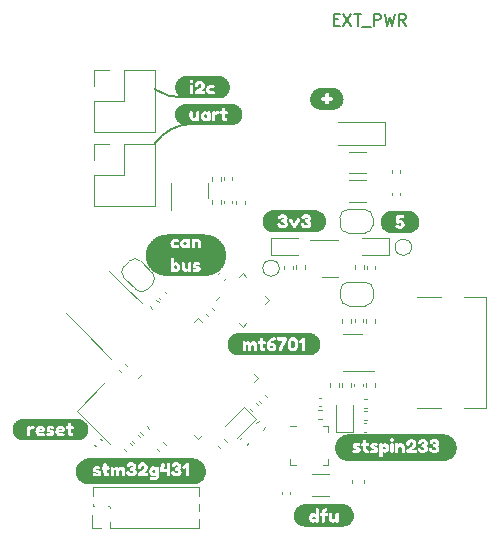
<source format=gbr>
%TF.GenerationSoftware,KiCad,Pcbnew,7.0.5-0*%
%TF.CreationDate,2023-07-12T10:20:26-04:00*%
%TF.ProjectId,stm32g431-mt6701-stspin233,73746d33-3267-4343-9331-2d6d74363730,rev?*%
%TF.SameCoordinates,Original*%
%TF.FileFunction,Legend,Top*%
%TF.FilePolarity,Positive*%
%FSLAX46Y46*%
G04 Gerber Fmt 4.6, Leading zero omitted, Abs format (unit mm)*
G04 Created by KiCad (PCBNEW 7.0.5-0) date 2023-07-12 10:20:26*
%MOMM*%
%LPD*%
G01*
G04 APERTURE LIST*
%ADD10C,0.150000*%
%ADD11C,0.120000*%
G04 APERTURE END LIST*
D10*
X124125000Y-52350000D02*
G75*
G03*
X120807218Y-54062397I-75000J-3925000D01*
G01*
X120812962Y-49430355D02*
G75*
G03*
X123375000Y-50125000I2312038J3455355D01*
G01*
%TO.C,J107*%
X136001190Y-43506009D02*
X136334523Y-43506009D01*
X136477380Y-44029819D02*
X136001190Y-44029819D01*
X136001190Y-44029819D02*
X136001190Y-43029819D01*
X136001190Y-43029819D02*
X136477380Y-43029819D01*
X136810714Y-43029819D02*
X137477380Y-44029819D01*
X137477380Y-43029819D02*
X136810714Y-44029819D01*
X137715476Y-43029819D02*
X138286904Y-43029819D01*
X138001190Y-44029819D02*
X138001190Y-43029819D01*
X138382143Y-44125057D02*
X139144047Y-44125057D01*
X139382143Y-44029819D02*
X139382143Y-43029819D01*
X139382143Y-43029819D02*
X139763095Y-43029819D01*
X139763095Y-43029819D02*
X139858333Y-43077438D01*
X139858333Y-43077438D02*
X139905952Y-43125057D01*
X139905952Y-43125057D02*
X139953571Y-43220295D01*
X139953571Y-43220295D02*
X139953571Y-43363152D01*
X139953571Y-43363152D02*
X139905952Y-43458390D01*
X139905952Y-43458390D02*
X139858333Y-43506009D01*
X139858333Y-43506009D02*
X139763095Y-43553628D01*
X139763095Y-43553628D02*
X139382143Y-43553628D01*
X140286905Y-43029819D02*
X140525000Y-44029819D01*
X140525000Y-44029819D02*
X140715476Y-43315533D01*
X140715476Y-43315533D02*
X140905952Y-44029819D01*
X140905952Y-44029819D02*
X141144048Y-43029819D01*
X142096428Y-44029819D02*
X141763095Y-43553628D01*
X141525000Y-44029819D02*
X141525000Y-43029819D01*
X141525000Y-43029819D02*
X141905952Y-43029819D01*
X141905952Y-43029819D02*
X142001190Y-43077438D01*
X142001190Y-43077438D02*
X142048809Y-43125057D01*
X142048809Y-43125057D02*
X142096428Y-43220295D01*
X142096428Y-43220295D02*
X142096428Y-43363152D01*
X142096428Y-43363152D02*
X142048809Y-43458390D01*
X142048809Y-43458390D02*
X142001190Y-43506009D01*
X142001190Y-43506009D02*
X141905952Y-43553628D01*
X141905952Y-43553628D02*
X141525000Y-43553628D01*
%TO.C,kibuzzard-649CD3ED*%
G36*
X120855706Y-81662287D02*
G01*
X120892219Y-81755950D01*
X120854119Y-81848025D01*
X120758075Y-81890094D01*
X120659650Y-81848819D01*
X120619169Y-81755950D01*
X120657269Y-81661494D01*
X120757281Y-81618631D01*
X120855706Y-81662287D01*
G37*
G36*
X124163010Y-80678843D02*
G01*
X124269932Y-80694704D01*
X124374785Y-80720968D01*
X124476559Y-80757383D01*
X124574273Y-80803599D01*
X124666987Y-80859169D01*
X124753807Y-80923560D01*
X124833898Y-80996150D01*
X124906488Y-81076241D01*
X124970879Y-81163061D01*
X125026449Y-81255775D01*
X125072665Y-81353489D01*
X125109080Y-81455263D01*
X125135344Y-81560116D01*
X125151205Y-81667038D01*
X125156508Y-81775000D01*
X125151205Y-81882962D01*
X125135344Y-81989884D01*
X125109080Y-82094737D01*
X125072665Y-82196511D01*
X125026449Y-82294225D01*
X124970879Y-82386939D01*
X124906488Y-82473759D01*
X124833898Y-82553850D01*
X124753807Y-82626440D01*
X124666987Y-82690831D01*
X124574273Y-82746401D01*
X124476559Y-82792617D01*
X124374785Y-82829032D01*
X124269932Y-82855296D01*
X124163010Y-82871157D01*
X124055048Y-82876460D01*
X123724319Y-82876460D01*
X123583031Y-82876460D01*
X122655931Y-82876460D01*
X121974894Y-82876460D01*
X120760456Y-82876460D01*
X120141331Y-82876460D01*
X118855456Y-82876460D01*
X118172831Y-82876460D01*
X116818694Y-82876460D01*
X115900325Y-82876460D01*
X115575681Y-82876460D01*
X115244952Y-82876460D01*
X115136990Y-82871157D01*
X115030068Y-82855296D01*
X114925215Y-82829032D01*
X114823441Y-82792617D01*
X114725727Y-82746401D01*
X114633013Y-82690831D01*
X114546193Y-82626440D01*
X114466102Y-82553850D01*
X114393512Y-82473759D01*
X114329121Y-82386939D01*
X114273551Y-82294225D01*
X114227335Y-82196511D01*
X114190920Y-82094737D01*
X114179822Y-82050431D01*
X115575681Y-82050431D01*
X115605844Y-82110756D01*
X115701358Y-82160145D01*
X115799519Y-82189778D01*
X115900325Y-82199656D01*
X115996722Y-82194188D01*
X116081653Y-82177784D01*
X116155119Y-82150444D01*
X116241637Y-82063925D01*
X116264855Y-81999830D01*
X116272594Y-81923431D01*
X116264855Y-81847827D01*
X116241637Y-81786112D01*
X116164644Y-81709119D01*
X116064631Y-81669431D01*
X115961444Y-81648794D01*
X115880481Y-81626172D01*
X115853494Y-81586881D01*
X115947156Y-81551956D01*
X116059075Y-81575769D01*
X116129719Y-81599581D01*
X116201156Y-81544019D01*
X116214179Y-81509094D01*
X116336094Y-81509094D01*
X116359112Y-81601169D01*
X116417056Y-81628156D01*
X116482144Y-81623394D01*
X116482144Y-81858344D01*
X116491669Y-81965412D01*
X116520244Y-82049549D01*
X116567869Y-82110756D01*
X116633838Y-82152208D01*
X116717447Y-82177078D01*
X116818694Y-82185369D01*
X116871875Y-82182987D01*
X116913944Y-82169494D01*
X116947281Y-82127822D01*
X116958394Y-82047256D01*
X116957849Y-82045669D01*
X117088569Y-82045669D01*
X117090950Y-82101231D01*
X117104444Y-82142506D01*
X117146116Y-82174653D01*
X117226681Y-82185369D01*
X117307644Y-82175050D01*
X117350506Y-82144094D01*
X117365587Y-82102025D01*
X117367969Y-82047256D01*
X117367969Y-81766269D01*
X117391781Y-81662684D01*
X117463219Y-81628156D01*
X117537037Y-81662684D01*
X117561644Y-81766269D01*
X117561644Y-82044081D01*
X117564025Y-82098850D01*
X117577519Y-82140919D01*
X117619191Y-82174256D01*
X117699756Y-82185369D01*
X117781513Y-82174653D01*
X117823581Y-82142506D01*
X117838662Y-82101231D01*
X117841044Y-82045669D01*
X117841044Y-81767856D01*
X117860887Y-81664669D01*
X117936294Y-81628156D01*
X118010112Y-81662684D01*
X118034719Y-81766269D01*
X118034719Y-82044081D01*
X118037100Y-82098850D01*
X118050594Y-82140919D01*
X118092266Y-82174256D01*
X118172831Y-82185369D01*
X118254191Y-82174653D01*
X118295069Y-82142506D01*
X118310150Y-82100438D01*
X118312531Y-82045669D01*
X118312531Y-81839294D01*
X118415719Y-81839294D01*
X118433181Y-81925019D01*
X118436356Y-81940894D01*
X118453819Y-81982169D01*
X118493109Y-82045272D01*
X118537956Y-82094881D01*
X118629678Y-82156617D01*
X118735512Y-82193659D01*
X118855456Y-82206006D01*
X118976283Y-82193747D01*
X119082645Y-82156970D01*
X119174544Y-82095675D01*
X119218553Y-82045669D01*
X119380919Y-82045669D01*
X119422194Y-82145681D01*
X119520619Y-82188544D01*
X120141331Y-82188544D01*
X120239756Y-82169494D01*
X120273887Y-82128219D01*
X120284206Y-82048050D01*
X120274681Y-81967088D01*
X120237375Y-81921050D01*
X120144506Y-81905969D01*
X119853994Y-81905969D01*
X119853994Y-81898031D01*
X119893681Y-81882156D01*
X119992106Y-81828578D01*
X120085130Y-81755156D01*
X120347706Y-81755156D01*
X120360494Y-81858608D01*
X120398859Y-81953065D01*
X120462800Y-82038525D01*
X120541381Y-82105994D01*
X120623667Y-82146475D01*
X120709656Y-82159969D01*
X120823559Y-82140125D01*
X120901744Y-82080594D01*
X120901744Y-82128219D01*
X120863644Y-82242519D01*
X120765219Y-82290144D01*
X120679494Y-82275459D01*
X120600119Y-82231406D01*
X120554081Y-82212356D01*
X120515188Y-82225056D01*
X120468356Y-82271094D01*
X120420731Y-82380631D01*
X120448116Y-82431034D01*
X120530269Y-82486994D01*
X120642584Y-82531047D01*
X120760456Y-82545731D01*
X120862762Y-82533296D01*
X120958012Y-82495990D01*
X121046206Y-82433813D01*
X121116762Y-82351351D01*
X121159095Y-82253190D01*
X121173206Y-82139331D01*
X121173206Y-81720231D01*
X121260519Y-81720231D01*
X121268456Y-81788494D01*
X121311716Y-81833737D01*
X121400219Y-81848819D01*
X121830431Y-81848819D01*
X121830431Y-82042494D01*
X121839956Y-82125044D01*
X121860594Y-82156794D01*
X121901869Y-82175844D01*
X121974894Y-82183781D01*
X122051888Y-82174256D01*
X122097925Y-82135363D01*
X122113006Y-82044081D01*
X122113006Y-81839294D01*
X122216194Y-81839294D01*
X122233656Y-81925019D01*
X122236831Y-81940894D01*
X122254294Y-81982169D01*
X122293584Y-82045272D01*
X122338431Y-82094881D01*
X122430153Y-82156617D01*
X122535987Y-82193659D01*
X122655931Y-82206006D01*
X122776758Y-82193747D01*
X122883120Y-82156970D01*
X122975019Y-82095675D01*
X123045574Y-82015506D01*
X123087908Y-81922108D01*
X123102019Y-81815481D01*
X123088922Y-81734519D01*
X123049631Y-81663081D01*
X122999625Y-81611488D01*
X122952794Y-81577356D01*
X122952794Y-81566244D01*
X123021585Y-81516414D01*
X123062860Y-81449474D01*
X123072071Y-81393206D01*
X123165519Y-81393206D01*
X123215525Y-81491631D01*
X123311569Y-81547194D01*
X123422694Y-81497981D01*
X123443331Y-81478931D01*
X123443331Y-82045669D01*
X123445713Y-82103613D01*
X123460794Y-82147269D01*
X123503259Y-82178225D01*
X123583031Y-82188544D01*
X123664788Y-82177828D01*
X123706856Y-82145681D01*
X123721938Y-82103613D01*
X123724319Y-82048844D01*
X123724319Y-81164606D01*
X123716381Y-81080469D01*
X123694156Y-81046338D01*
X123652881Y-81028081D01*
X123577475Y-81020144D01*
X123487781Y-81061419D01*
X123483019Y-81064594D01*
X123222669Y-81299544D01*
X123165519Y-81393206D01*
X123072071Y-81393206D01*
X123076619Y-81365425D01*
X123064095Y-81275908D01*
X123026524Y-81192564D01*
X122963906Y-81115394D01*
X122879592Y-81053658D01*
X122776934Y-81016616D01*
X122655931Y-81004269D01*
X122577152Y-81009825D01*
X122505913Y-81026494D01*
X122401138Y-81075706D01*
X122335256Y-81138412D01*
X122300331Y-81188419D01*
X122263819Y-81296369D01*
X122283663Y-81353122D01*
X122343194Y-81402731D01*
X122430506Y-81431306D01*
X122490831Y-81411463D01*
X122535281Y-81351931D01*
X122544806Y-81332881D01*
X122586081Y-81294781D01*
X122675775Y-81275731D01*
X122763881Y-81305894D01*
X122795631Y-81369394D01*
X122765469Y-81415828D01*
X122674981Y-81431306D01*
X122592431Y-81439244D01*
X122548378Y-81482503D01*
X122533694Y-81571006D01*
X122544409Y-81652366D01*
X122576556Y-81693244D01*
X122617831Y-81709119D01*
X122690063Y-81712294D01*
X122782138Y-81744838D01*
X122821031Y-81820244D01*
X122781344Y-81897237D01*
X122730544Y-81922836D01*
X122657519Y-81931369D01*
X122590844Y-81921844D01*
X122503531Y-81845644D01*
X122455906Y-81763094D01*
X122371769Y-81747219D01*
X122255088Y-81770237D01*
X122216194Y-81839294D01*
X122113006Y-81839294D01*
X122113006Y-81161431D01*
X122110625Y-81105869D01*
X122095544Y-81063800D01*
X122052681Y-81030462D01*
X121972513Y-81020144D01*
X121891550Y-81028875D01*
X121847894Y-81059831D01*
X121832813Y-81099519D01*
X121830431Y-81153494D01*
X121830431Y-81586881D01*
X121571669Y-81586881D01*
X121668506Y-81199531D01*
X121670094Y-81194769D01*
X121681206Y-81128094D01*
X121653425Y-81066975D01*
X121570081Y-81026494D01*
X121497056Y-81015381D01*
X121442288Y-81032844D01*
X121413713Y-81069356D01*
X121397044Y-81124919D01*
X121265281Y-81656731D01*
X121260519Y-81720231D01*
X121173206Y-81720231D01*
X121173206Y-81482106D01*
X121170825Y-81428131D01*
X121156538Y-81387650D01*
X121116056Y-81355106D01*
X121025569Y-81345581D01*
X120935875Y-81368600D01*
X120903331Y-81436069D01*
X120877138Y-81405113D01*
X120816019Y-81368600D01*
X120717594Y-81348756D01*
X120627988Y-81362338D01*
X120543322Y-81403084D01*
X120463594Y-81470994D01*
X120399212Y-81556895D01*
X120360583Y-81651616D01*
X120347706Y-81755156D01*
X120085130Y-81755156D01*
X120103231Y-81740869D01*
X120154825Y-81683719D01*
X120198481Y-81610694D01*
X120228247Y-81527350D01*
X120238169Y-81439244D01*
X120224940Y-81330147D01*
X120185252Y-81229341D01*
X120119106Y-81136825D01*
X120031706Y-81063183D01*
X119928253Y-81018997D01*
X119808750Y-81004269D01*
X119689335Y-81018821D01*
X119586147Y-81062477D01*
X119499187Y-81135238D01*
X119433483Y-81226342D01*
X119394060Y-81325032D01*
X119380919Y-81431306D01*
X119388856Y-81512269D01*
X119432116Y-81557513D01*
X119520619Y-81572594D01*
X119601581Y-81563069D01*
X119644444Y-81534494D01*
X119659525Y-81494806D01*
X119661906Y-81442419D01*
X119661906Y-81432894D01*
X119668256Y-81396381D01*
X119710325Y-81322562D01*
X119798431Y-81285256D01*
X119877806Y-81299544D01*
X119919875Y-81330500D01*
X119944481Y-81373363D01*
X119955594Y-81413844D01*
X119940711Y-81483297D01*
X119896062Y-81548781D01*
X119830380Y-81608908D01*
X119752394Y-81662287D01*
X119668256Y-81712691D01*
X119584119Y-81763888D01*
X119506133Y-81820641D01*
X119440450Y-81887713D01*
X119395802Y-81963317D01*
X119380919Y-82045669D01*
X119218553Y-82045669D01*
X119245099Y-82015506D01*
X119287433Y-81922108D01*
X119301544Y-81815481D01*
X119288447Y-81734519D01*
X119249156Y-81663081D01*
X119199150Y-81611488D01*
X119152319Y-81577356D01*
X119152319Y-81566244D01*
X119221110Y-81516414D01*
X119262385Y-81449474D01*
X119276144Y-81365425D01*
X119263620Y-81275908D01*
X119226049Y-81192564D01*
X119163431Y-81115394D01*
X119079117Y-81053658D01*
X118976459Y-81016616D01*
X118855456Y-81004269D01*
X118776677Y-81009825D01*
X118705437Y-81026494D01*
X118600662Y-81075706D01*
X118534781Y-81138412D01*
X118499856Y-81188419D01*
X118463344Y-81296369D01*
X118483187Y-81353122D01*
X118542719Y-81402731D01*
X118630031Y-81431306D01*
X118690356Y-81411463D01*
X118734806Y-81351931D01*
X118744331Y-81332881D01*
X118785606Y-81294781D01*
X118875300Y-81275731D01*
X118963406Y-81305894D01*
X118995156Y-81369394D01*
X118964994Y-81415828D01*
X118874506Y-81431306D01*
X118791956Y-81439244D01*
X118747903Y-81482503D01*
X118733219Y-81571006D01*
X118743934Y-81652366D01*
X118776081Y-81693244D01*
X118817356Y-81709119D01*
X118889587Y-81712294D01*
X118981662Y-81744838D01*
X119020556Y-81820244D01*
X118980869Y-81897237D01*
X118930069Y-81922836D01*
X118857044Y-81931369D01*
X118790369Y-81921844D01*
X118703056Y-81845644D01*
X118655431Y-81763094D01*
X118571294Y-81747219D01*
X118454612Y-81770237D01*
X118415719Y-81839294D01*
X118312531Y-81839294D01*
X118312531Y-81767856D01*
X118303006Y-81631772D01*
X118274431Y-81524087D01*
X118226806Y-81444800D01*
X118130762Y-81371577D01*
X118014081Y-81347169D01*
X117902956Y-81378125D01*
X117824375Y-81435275D01*
X117782306Y-81485281D01*
X117720217Y-81408552D01*
X117639784Y-81362515D01*
X117541006Y-81347169D01*
X117443772Y-81375347D01*
X117361619Y-81459881D01*
X117334631Y-81377331D01*
X117218744Y-81348756D01*
X117146116Y-81359472D01*
X117106031Y-81391619D01*
X117090950Y-81432100D01*
X117088569Y-81486869D01*
X117088569Y-82045669D01*
X116957849Y-82045669D01*
X116921881Y-81940894D01*
X116879812Y-81925813D01*
X116822662Y-81923431D01*
X116771862Y-81904381D01*
X116758369Y-81842469D01*
X116758369Y-81623394D01*
X116861556Y-81629744D01*
X116916325Y-81627363D01*
X116958394Y-81613869D01*
X116990541Y-81572197D01*
X117001256Y-81491631D01*
X116990937Y-81410272D01*
X116959981Y-81369394D01*
X116917912Y-81354312D01*
X116863937Y-81351931D01*
X116758369Y-81358281D01*
X116758369Y-81202706D01*
X116750431Y-81121744D01*
X116707966Y-81077691D01*
X116621844Y-81063006D01*
X116540484Y-81072928D01*
X116499606Y-81102694D01*
X116484525Y-81140794D01*
X116482144Y-81194769D01*
X116482144Y-81358281D01*
X116429756Y-81351931D01*
X116366256Y-81372569D01*
X116344031Y-81414637D01*
X116336094Y-81509094D01*
X116214179Y-81509094D01*
X116236081Y-81450356D01*
X116180519Y-81386856D01*
X116063044Y-81346375D01*
X115948744Y-81332881D01*
X115824728Y-81342914D01*
X115728272Y-81373013D01*
X115659374Y-81423178D01*
X115618036Y-81493409D01*
X115604256Y-81583706D01*
X115611797Y-81662089D01*
X115634419Y-81728963D01*
X115710619Y-81818656D01*
X115809441Y-81867472D01*
X115909056Y-81893269D01*
X115988828Y-81911525D01*
X116015419Y-81937719D01*
X115991209Y-81966294D01*
X115918581Y-81975819D01*
X115797931Y-81936925D01*
X115692362Y-81898031D01*
X115636006Y-81925019D01*
X115590762Y-81998441D01*
X115575681Y-82050431D01*
X114179822Y-82050431D01*
X114164656Y-81989884D01*
X114148795Y-81882962D01*
X114143492Y-81775000D01*
X114148795Y-81667038D01*
X114164656Y-81560116D01*
X114190920Y-81455263D01*
X114227335Y-81353489D01*
X114273551Y-81255775D01*
X114329121Y-81163061D01*
X114393512Y-81076241D01*
X114466102Y-80996150D01*
X114546193Y-80923560D01*
X114633013Y-80859169D01*
X114725727Y-80803599D01*
X114823441Y-80757383D01*
X114925215Y-80720968D01*
X115030068Y-80694704D01*
X115136990Y-80678843D01*
X115244952Y-80673540D01*
X115575681Y-80673540D01*
X123724319Y-80673540D01*
X124055048Y-80673540D01*
X124163010Y-80678843D01*
G37*
D11*
%TO.C,C707*%
X140890000Y-56507836D02*
X140890000Y-56292164D01*
X141610000Y-56507836D02*
X141610000Y-56292164D01*
%TO.C,D702*%
X130715000Y-62015000D02*
X130715000Y-63485000D01*
X130715000Y-63485000D02*
X133000000Y-63485000D01*
X133000000Y-62015000D02*
X130715000Y-62015000D01*
%TO.C,U101*%
X114713731Y-69786091D02*
X117153249Y-72225610D01*
X114713731Y-69786091D02*
X113334872Y-68407233D01*
X118334117Y-66165705D02*
X119712976Y-67544563D01*
X118334117Y-66165705D02*
X116955259Y-64786846D01*
%TO.C,R206*%
X136455000Y-74321359D02*
X136455000Y-74628641D01*
X135695000Y-74321359D02*
X135695000Y-74628641D01*
%TO.C,R303*%
X138511359Y-75645000D02*
X138818641Y-75645000D01*
X138511359Y-76405000D02*
X138818641Y-76405000D01*
%TO.C,C502*%
X127410000Y-56892164D02*
X127410000Y-57107836D01*
X126690000Y-56892164D02*
X126690000Y-57107836D01*
%TO.C,R301*%
X134978641Y-77305000D02*
X134671359Y-77305000D01*
X134978641Y-76545000D02*
X134671359Y-76545000D01*
%TO.C,R702*%
X132820000Y-64653641D02*
X132820000Y-64346359D01*
X133580000Y-64653641D02*
X133580000Y-64346359D01*
%TO.C,kibuzzard-649CD402*%
G36*
X122698017Y-64377251D02*
G01*
X122735554Y-64471876D01*
X122694888Y-64565718D01*
X122596354Y-64607947D01*
X122500166Y-64565718D01*
X122461847Y-64472658D01*
X122498602Y-64378033D01*
X122597918Y-64334240D01*
X122698017Y-64377251D01*
G37*
G36*
X123501194Y-62384493D02*
G01*
X123538500Y-62480537D01*
X123499606Y-62574993D01*
X123401975Y-62617856D01*
X123301963Y-62575787D01*
X123260688Y-62481331D01*
X123299581Y-62384493D01*
X123401181Y-62340043D01*
X123501194Y-62384493D01*
G37*
G36*
X125204609Y-61724088D02*
G01*
X125290418Y-61730418D01*
X125375814Y-61740950D01*
X125460590Y-61755660D01*
X125544542Y-61774512D01*
X125627468Y-61797461D01*
X125709168Y-61824451D01*
X125789445Y-61855417D01*
X125868106Y-61890285D01*
X125944961Y-61928971D01*
X126019826Y-61971382D01*
X126092519Y-62017414D01*
X126162867Y-62066958D01*
X126230698Y-62119894D01*
X126295850Y-62176095D01*
X126358167Y-62235425D01*
X126417496Y-62297741D01*
X126473697Y-62362894D01*
X126526633Y-62430725D01*
X126576177Y-62501072D01*
X126622210Y-62573766D01*
X126664620Y-62648630D01*
X126703306Y-62725486D01*
X126738174Y-62804147D01*
X126769141Y-62884424D01*
X126796131Y-62966124D01*
X126819079Y-63049050D01*
X126837931Y-63133002D01*
X126852641Y-63217778D01*
X126863174Y-63303174D01*
X126869504Y-63388983D01*
X126871615Y-63475000D01*
X126869504Y-63561017D01*
X126863174Y-63646826D01*
X126852641Y-63732222D01*
X126837931Y-63816998D01*
X126819079Y-63900950D01*
X126796131Y-63983876D01*
X126769141Y-64065576D01*
X126738174Y-64145853D01*
X126703306Y-64224514D01*
X126664620Y-64301370D01*
X126622210Y-64376234D01*
X126576177Y-64448928D01*
X126526633Y-64519275D01*
X126473697Y-64587106D01*
X126417496Y-64652259D01*
X126358167Y-64714575D01*
X126295850Y-64773905D01*
X126230698Y-64830106D01*
X126162867Y-64883042D01*
X126092519Y-64932586D01*
X126019826Y-64978618D01*
X125944961Y-65021029D01*
X125868106Y-65059715D01*
X125789445Y-65094583D01*
X125709168Y-65125549D01*
X125627468Y-65152539D01*
X125544542Y-65175488D01*
X125460590Y-65194340D01*
X125375814Y-65209050D01*
X125290418Y-65219582D01*
X125204609Y-65225912D01*
X125118592Y-65228024D01*
X124787863Y-65228024D01*
X124355116Y-65228024D01*
X123795972Y-65228024D01*
X122321083Y-65228024D01*
X122162138Y-65228024D01*
X121831408Y-65228024D01*
X121745392Y-65225912D01*
X121659582Y-65219582D01*
X121574186Y-65209050D01*
X121489410Y-65194340D01*
X121405458Y-65175488D01*
X121322533Y-65152539D01*
X121240833Y-65125549D01*
X121160555Y-65094583D01*
X121081894Y-65059715D01*
X121005039Y-65021029D01*
X120930174Y-64978618D01*
X120857481Y-64932586D01*
X120787133Y-64883042D01*
X120719302Y-64830106D01*
X120654150Y-64773905D01*
X120622760Y-64744019D01*
X122185012Y-64744019D01*
X122187358Y-64797978D01*
X122200652Y-64839425D01*
X122241708Y-64871097D01*
X122321083Y-64881654D01*
X122415707Y-64862495D01*
X122455590Y-64805016D01*
X122531055Y-64861322D01*
X122644839Y-64880090D01*
X122731557Y-64866448D01*
X122814451Y-64825522D01*
X122893521Y-64757313D01*
X122957821Y-64670943D01*
X122996401Y-64575537D01*
X123009260Y-64471094D01*
X123008969Y-64468748D01*
X123110923Y-64468748D01*
X123122479Y-64577622D01*
X123157149Y-64674853D01*
X123214932Y-64760441D01*
X123290266Y-64826913D01*
X123377592Y-64866796D01*
X123476908Y-64880090D01*
X123592647Y-64845681D01*
X123634876Y-64811272D01*
X123663029Y-64779991D01*
X123678669Y-64844117D01*
X123718943Y-64872270D01*
X123795972Y-64881654D01*
X123874565Y-64871488D01*
X123916403Y-64840989D01*
X123931262Y-64801106D01*
X123933538Y-64750275D01*
X124035270Y-64750275D01*
X124064987Y-64809708D01*
X124159090Y-64858367D01*
X124255800Y-64887563D01*
X124355116Y-64897294D01*
X124493338Y-64885173D01*
X124606145Y-64848809D01*
X124691385Y-64763569D01*
X124714259Y-64700421D01*
X124721884Y-64625152D01*
X124714259Y-64550664D01*
X124691385Y-64489862D01*
X124615529Y-64414006D01*
X124516994Y-64374905D01*
X124415332Y-64354573D01*
X124335566Y-64332285D01*
X124308977Y-64293575D01*
X124401255Y-64259166D01*
X124511520Y-64282627D01*
X124581120Y-64306088D01*
X124651502Y-64251346D01*
X124685911Y-64159068D01*
X124648163Y-64115927D01*
X124631169Y-64096506D01*
X124515430Y-64056623D01*
X124402820Y-64043329D01*
X124280637Y-64053214D01*
X124185606Y-64082868D01*
X124117726Y-64132291D01*
X124076999Y-64201485D01*
X124063423Y-64290447D01*
X124070852Y-64367672D01*
X124093140Y-64433557D01*
X124168214Y-64521925D01*
X124265575Y-64570019D01*
X124363719Y-64595435D01*
X124442312Y-64613421D01*
X124468509Y-64639228D01*
X124444658Y-64667381D01*
X124373103Y-64676765D01*
X124254236Y-64638446D01*
X124150227Y-64600127D01*
X124094704Y-64626716D01*
X124050129Y-64699052D01*
X124035270Y-64750275D01*
X123933538Y-64750275D01*
X123933608Y-64748711D01*
X123933608Y-64195041D01*
X123931262Y-64141081D01*
X123917967Y-64099634D01*
X123876911Y-64067963D01*
X123797536Y-64057405D01*
X123717379Y-64067572D01*
X123701219Y-64079810D01*
X123677105Y-64098070D01*
X123662247Y-64139517D01*
X123659901Y-64193477D01*
X123659901Y-64470312D01*
X123621582Y-64568846D01*
X123521483Y-64606383D01*
X123422949Y-64570410D01*
X123386194Y-64470312D01*
X123386194Y-64196605D01*
X123376810Y-64116839D01*
X123335363Y-64072264D01*
X123248558Y-64057405D01*
X123168010Y-64067963D01*
X123126563Y-64099634D01*
X123113269Y-64140299D01*
X123110923Y-64195041D01*
X123110923Y-64468748D01*
X123008969Y-64468748D01*
X122996314Y-64366564D01*
X122957473Y-64270897D01*
X122892739Y-64184092D01*
X122812539Y-64115449D01*
X122727299Y-64074262D01*
X122637019Y-64060533D01*
X122593938Y-64068591D01*
X122534574Y-64079693D01*
X122458719Y-64137171D01*
X122458719Y-63811851D01*
X122456372Y-63757892D01*
X122441514Y-63716445D01*
X122401631Y-63684773D01*
X122322647Y-63674216D01*
X122242099Y-63684773D01*
X122200652Y-63716445D01*
X122187358Y-63756328D01*
X122185012Y-63810287D01*
X122185012Y-64744019D01*
X120622760Y-64744019D01*
X120591834Y-64714575D01*
X120532504Y-64652259D01*
X120476303Y-64587106D01*
X120423367Y-64519275D01*
X120373823Y-64448928D01*
X120327790Y-64376234D01*
X120285380Y-64301370D01*
X120246694Y-64224514D01*
X120211826Y-64145853D01*
X120180859Y-64065576D01*
X120153869Y-63983876D01*
X120130921Y-63900950D01*
X120112069Y-63816998D01*
X120097359Y-63732222D01*
X120086826Y-63646826D01*
X120080496Y-63561017D01*
X120078385Y-63475000D01*
X120080496Y-63388983D01*
X120086826Y-63303174D01*
X120097359Y-63217778D01*
X120112069Y-63133002D01*
X120130921Y-63049050D01*
X120153869Y-62966124D01*
X120180859Y-62884424D01*
X120211826Y-62804147D01*
X120246694Y-62725486D01*
X120285380Y-62648630D01*
X120327790Y-62573766D01*
X120373823Y-62501072D01*
X120390521Y-62477362D01*
X122162138Y-62477362D01*
X122172456Y-62575390D01*
X122203413Y-62664687D01*
X122250641Y-62741085D01*
X122309775Y-62800418D01*
X122402026Y-62859508D01*
X122496747Y-62894963D01*
X122593938Y-62906781D01*
X122715381Y-62890906D01*
X122816188Y-62843281D01*
X122881672Y-62788909D01*
X122903500Y-62730568D01*
X122866988Y-62648018D01*
X122803884Y-62584915D01*
X122751100Y-62563881D01*
X122680456Y-62593249D01*
X122586794Y-62622618D01*
X122492338Y-62585312D01*
X122447888Y-62480537D01*
X122448581Y-62478949D01*
X122982875Y-62478949D01*
X122995928Y-62585047D01*
X123035086Y-62682149D01*
X123100350Y-62770256D01*
X123180872Y-62839929D01*
X123265803Y-62881733D01*
X123355144Y-62895668D01*
X123472817Y-62874634D01*
X123551200Y-62811531D01*
X123585331Y-62874237D01*
X123701219Y-62895668D01*
X123771664Y-62885349D01*
X123809963Y-62854393D01*
X123823456Y-62812324D01*
X123825838Y-62757556D01*
X123952838Y-62757556D01*
X123955219Y-62812324D01*
X123968713Y-62854393D01*
X124010384Y-62886540D01*
X124090950Y-62897256D01*
X124172309Y-62886540D01*
X124213188Y-62854393D01*
X124228269Y-62813912D01*
X124230650Y-62759143D01*
X124230650Y-62478156D01*
X124269544Y-62378143D01*
X124371144Y-62340043D01*
X124471156Y-62376556D01*
X124508463Y-62478156D01*
X124508463Y-62757556D01*
X124517988Y-62838518D01*
X124559263Y-62882571D01*
X124648163Y-62897256D01*
X124729919Y-62886540D01*
X124771988Y-62854393D01*
X124785481Y-62813912D01*
X124787863Y-62759143D01*
X124787863Y-62479743D01*
X124776133Y-62369235D01*
X124740943Y-62270546D01*
X124682294Y-62183674D01*
X124606006Y-62116206D01*
X124517899Y-62075724D01*
X124417975Y-62062231D01*
X124298913Y-62098743D01*
X124256050Y-62132081D01*
X124227475Y-62163831D01*
X124211600Y-62098743D01*
X124170722Y-62071359D01*
X124092538Y-62062231D01*
X124011972Y-62072152D01*
X123970300Y-62101918D01*
X123955219Y-62142399D01*
X123952838Y-62195581D01*
X123952838Y-62757556D01*
X123825838Y-62757556D01*
X123825838Y-62201931D01*
X123823456Y-62147162D01*
X123809169Y-62105093D01*
X123767100Y-62071756D01*
X123675025Y-62062231D01*
X123585728Y-62084456D01*
X123549613Y-62151131D01*
X123521038Y-62118587D01*
X123459125Y-62082868D01*
X123360700Y-62063818D01*
X123269066Y-62077665D01*
X123182547Y-62119204D01*
X123101144Y-62188437D01*
X123035439Y-62276102D01*
X122996016Y-62372940D01*
X122982875Y-62478949D01*
X122448581Y-62478949D01*
X122493925Y-62374968D01*
X122593144Y-62336868D01*
X122674900Y-62363856D01*
X122760625Y-62398781D01*
X122814203Y-62376952D01*
X122870163Y-62311468D01*
X122903500Y-62220187D01*
X122862225Y-62147956D01*
X122817775Y-62117793D01*
X122792375Y-62101918D01*
X122708238Y-62069374D01*
X122590763Y-62052706D01*
X122493220Y-62064347D01*
X122399557Y-62099272D01*
X122309775Y-62157481D01*
X122250641Y-62216417D01*
X122203413Y-62291624D01*
X122172456Y-62379731D01*
X122162138Y-62477362D01*
X120390521Y-62477362D01*
X120423367Y-62430725D01*
X120476303Y-62362894D01*
X120532504Y-62297741D01*
X120591834Y-62235425D01*
X120654150Y-62176095D01*
X120719302Y-62119894D01*
X120787133Y-62066958D01*
X120857481Y-62017414D01*
X120930174Y-61971382D01*
X121005039Y-61928971D01*
X121081894Y-61890285D01*
X121160555Y-61855417D01*
X121240833Y-61824451D01*
X121322533Y-61797461D01*
X121405458Y-61774512D01*
X121489410Y-61755660D01*
X121574186Y-61740950D01*
X121659582Y-61730418D01*
X121745392Y-61724088D01*
X121831408Y-61721976D01*
X122162138Y-61721976D01*
X124787863Y-61721976D01*
X125118592Y-61721976D01*
X125204609Y-61724088D01*
G37*
%TO.C,kibuzzard-649CD577*%
G36*
X111256256Y-78194837D02*
G01*
X111284038Y-78253575D01*
X111223713Y-78304375D01*
X111023688Y-78304375D01*
X111074488Y-78214681D01*
X111176881Y-78172612D01*
X111256256Y-78194837D01*
G37*
G36*
X112942181Y-78194837D02*
G01*
X112969963Y-78253575D01*
X112909638Y-78304375D01*
X112709613Y-78304375D01*
X112760413Y-78214681D01*
X112862806Y-78172612D01*
X112942181Y-78194837D01*
G37*
G36*
X114392426Y-77327115D02*
G01*
X114480008Y-77340107D01*
X114565895Y-77361621D01*
X114649260Y-77391449D01*
X114729300Y-77429305D01*
X114805243Y-77474824D01*
X114876360Y-77527567D01*
X114941964Y-77587028D01*
X115001424Y-77652632D01*
X115054168Y-77723748D01*
X115099687Y-77799692D01*
X115137543Y-77879732D01*
X115167371Y-77963097D01*
X115188885Y-78048984D01*
X115201876Y-78136566D01*
X115206221Y-78225000D01*
X115201876Y-78313434D01*
X115188885Y-78401016D01*
X115167371Y-78486903D01*
X115137543Y-78570268D01*
X115099687Y-78650308D01*
X115054168Y-78726252D01*
X115001424Y-78797368D01*
X114941964Y-78862972D01*
X114876360Y-78922433D01*
X114805243Y-78975176D01*
X114729300Y-79020695D01*
X114649260Y-79058551D01*
X114565895Y-79088379D01*
X114480008Y-79109893D01*
X114392426Y-79122885D01*
X114303992Y-79127229D01*
X113973263Y-79127229D01*
X113790700Y-79127229D01*
X112865188Y-79127229D01*
X111962694Y-79127229D01*
X111179263Y-79127229D01*
X110164850Y-79127229D01*
X110026738Y-79127229D01*
X109696008Y-79127229D01*
X109607574Y-79122885D01*
X109519992Y-79109893D01*
X109434105Y-79088379D01*
X109350740Y-79058551D01*
X109270700Y-79020695D01*
X109194757Y-78975176D01*
X109123640Y-78922433D01*
X109058036Y-78862972D01*
X108998576Y-78797368D01*
X108945832Y-78726252D01*
X108918476Y-78680612D01*
X110026738Y-78680612D01*
X110055313Y-78748875D01*
X110164850Y-78775862D01*
X110245813Y-78765544D01*
X110288675Y-78734588D01*
X110303756Y-78692519D01*
X110306138Y-78637750D01*
X110306138Y-78361525D01*
X110728413Y-78361525D01*
X110739525Y-78464007D01*
X110772863Y-78559786D01*
X110828425Y-78648862D01*
X110889345Y-78708989D01*
X110970506Y-78756019D01*
X111068336Y-78786380D01*
X111179263Y-78796500D01*
X111327198Y-78787670D01*
X111432866Y-78761178D01*
X111496266Y-78717026D01*
X111517400Y-78655212D01*
X111513362Y-78640925D01*
X111638050Y-78640925D01*
X111668213Y-78701250D01*
X111763727Y-78750639D01*
X111861888Y-78780272D01*
X111962694Y-78790150D01*
X112059090Y-78784682D01*
X112144022Y-78768278D01*
X112217488Y-78740938D01*
X112304006Y-78654419D01*
X112327223Y-78590323D01*
X112334963Y-78513925D01*
X112327223Y-78438320D01*
X112304006Y-78376606D01*
X112288925Y-78361525D01*
X112414338Y-78361525D01*
X112425450Y-78464007D01*
X112458788Y-78559786D01*
X112514350Y-78648862D01*
X112575270Y-78708989D01*
X112656431Y-78756019D01*
X112754261Y-78786380D01*
X112865188Y-78796500D01*
X113013123Y-78787670D01*
X113118791Y-78761178D01*
X113182191Y-78717026D01*
X113203325Y-78655212D01*
X113182688Y-78582187D01*
X113095375Y-78510750D01*
X113031875Y-78528213D01*
X113014413Y-78534562D01*
X112952103Y-78548850D01*
X112869950Y-78553613D01*
X112765175Y-78523450D01*
X112712788Y-78448838D01*
X113089025Y-78448838D01*
X113196181Y-78402006D01*
X113232495Y-78342475D01*
X113244600Y-78257544D01*
X113231106Y-78163683D01*
X113201048Y-78099587D01*
X113308100Y-78099587D01*
X113331119Y-78191662D01*
X113389063Y-78218650D01*
X113454150Y-78213887D01*
X113454150Y-78448838D01*
X113463675Y-78555906D01*
X113492250Y-78640043D01*
X113539875Y-78701250D01*
X113605844Y-78742701D01*
X113689453Y-78767572D01*
X113790700Y-78775862D01*
X113843881Y-78773481D01*
X113885950Y-78759988D01*
X113919288Y-78718316D01*
X113930400Y-78637750D01*
X113893888Y-78531387D01*
X113851819Y-78516306D01*
X113794669Y-78513925D01*
X113743869Y-78494875D01*
X113730375Y-78432962D01*
X113730375Y-78213887D01*
X113833563Y-78220237D01*
X113888331Y-78217856D01*
X113930400Y-78204362D01*
X113962547Y-78162691D01*
X113973263Y-78082125D01*
X113962944Y-78000766D01*
X113931988Y-77959887D01*
X113889919Y-77944806D01*
X113835944Y-77942425D01*
X113730375Y-77948775D01*
X113730375Y-77793200D01*
X113722438Y-77712237D01*
X113679972Y-77668184D01*
X113593850Y-77653500D01*
X113512491Y-77663422D01*
X113471613Y-77693187D01*
X113456531Y-77731287D01*
X113454150Y-77785262D01*
X113454150Y-77948775D01*
X113401763Y-77942425D01*
X113338263Y-77963062D01*
X113316038Y-78005131D01*
X113308100Y-78099587D01*
X113201048Y-78099587D01*
X113190625Y-78077362D01*
X113131689Y-78009298D01*
X113058069Y-77960681D01*
X112969764Y-77931511D01*
X112866775Y-77921787D01*
X112744802Y-77935105D01*
X112637117Y-77975057D01*
X112543719Y-78041644D01*
X112471840Y-78130456D01*
X112428713Y-78237083D01*
X112414338Y-78361525D01*
X112288925Y-78361525D01*
X112227013Y-78299613D01*
X112127000Y-78259925D01*
X112023813Y-78239287D01*
X111942850Y-78216666D01*
X111915863Y-78177375D01*
X112009525Y-78142450D01*
X112121444Y-78166262D01*
X112192088Y-78190075D01*
X112263525Y-78134512D01*
X112298450Y-78040850D01*
X112242888Y-77977350D01*
X112125413Y-77936869D01*
X112011113Y-77923375D01*
X111887097Y-77933408D01*
X111790641Y-77963507D01*
X111721743Y-78013672D01*
X111680405Y-78083903D01*
X111666625Y-78174200D01*
X111674166Y-78252583D01*
X111696788Y-78319456D01*
X111772988Y-78409150D01*
X111871809Y-78457966D01*
X111971425Y-78483762D01*
X112051197Y-78502019D01*
X112077788Y-78528213D01*
X112053578Y-78556788D01*
X111980950Y-78566313D01*
X111860300Y-78527419D01*
X111754731Y-78488525D01*
X111698375Y-78515512D01*
X111653131Y-78588934D01*
X111638050Y-78640925D01*
X111513362Y-78640925D01*
X111496763Y-78582187D01*
X111409450Y-78510750D01*
X111345950Y-78528213D01*
X111328488Y-78534562D01*
X111266178Y-78548850D01*
X111184025Y-78553613D01*
X111079250Y-78523450D01*
X111026863Y-78448838D01*
X111403100Y-78448838D01*
X111510256Y-78402006D01*
X111546570Y-78342475D01*
X111558675Y-78257544D01*
X111545181Y-78163683D01*
X111504700Y-78077362D01*
X111445764Y-78009298D01*
X111372144Y-77960681D01*
X111283839Y-77931511D01*
X111180850Y-77921787D01*
X111058877Y-77935105D01*
X110951192Y-77975057D01*
X110857794Y-78041644D01*
X110785915Y-78130456D01*
X110742788Y-78237083D01*
X110728413Y-78361525D01*
X110306138Y-78361525D01*
X110306138Y-78304375D01*
X110343444Y-78231350D01*
X110423613Y-78201187D01*
X110492669Y-78213887D01*
X110547438Y-78226587D01*
X110634750Y-78166262D01*
X110664913Y-78055137D01*
X110645069Y-77981319D01*
X110595063Y-77948775D01*
X110539500Y-77935281D01*
X110476794Y-77931312D01*
X110390275Y-77958300D01*
X110325981Y-78001162D01*
X110302963Y-78028150D01*
X110285500Y-77975762D01*
X110243828Y-77948378D01*
X110166438Y-77939250D01*
X110084681Y-77949966D01*
X110042613Y-77982112D01*
X110029119Y-78022594D01*
X110026738Y-78077362D01*
X110026738Y-78634575D01*
X110026738Y-78680612D01*
X108918476Y-78680612D01*
X108900313Y-78650308D01*
X108862457Y-78570268D01*
X108832629Y-78486903D01*
X108811115Y-78401016D01*
X108798124Y-78313434D01*
X108793779Y-78225000D01*
X108798124Y-78136566D01*
X108811115Y-78048984D01*
X108832629Y-77963097D01*
X108862457Y-77879732D01*
X108900313Y-77799692D01*
X108945832Y-77723748D01*
X108998576Y-77652632D01*
X109058036Y-77587028D01*
X109123640Y-77527567D01*
X109194757Y-77474824D01*
X109270700Y-77429305D01*
X109350740Y-77391449D01*
X109434105Y-77361621D01*
X109519992Y-77340107D01*
X109607574Y-77327115D01*
X109696008Y-77322771D01*
X110026738Y-77322771D01*
X113973263Y-77322771D01*
X114303992Y-77322771D01*
X114392426Y-77327115D01*
G37*
%TO.C,Q501*%
X122190000Y-58000000D02*
X122190000Y-59675000D01*
X122190000Y-58000000D02*
X122190000Y-57350000D01*
X125310000Y-58000000D02*
X125310000Y-58650000D01*
X125310000Y-58000000D02*
X125310000Y-57350000D01*
%TO.C,R203*%
X119836153Y-78698554D02*
X119618872Y-78481273D01*
X120373554Y-78161153D02*
X120156273Y-77943872D01*
%TO.C,JP601*%
X139350000Y-66450000D02*
X139350000Y-67050000D01*
X138650000Y-67750000D02*
X137250000Y-67750000D01*
X137250000Y-65750000D02*
X138650000Y-65750000D01*
X136550000Y-67050000D02*
X136550000Y-66450000D01*
X138650000Y-67750000D02*
G75*
G03*
X139350000Y-67050000I1J699999D01*
G01*
X139350000Y-66450000D02*
G75*
G03*
X138650000Y-65750000I-699999J1D01*
G01*
X136550000Y-67050000D02*
G75*
G03*
X137250000Y-67750000I700000J0D01*
G01*
X137250000Y-65750000D02*
G75*
G03*
X136550000Y-66450000I0J-700000D01*
G01*
%TO.C,C303*%
X137490000Y-82765580D02*
X137490000Y-82484420D01*
X138510000Y-82765580D02*
X138510000Y-82484420D01*
%TO.C,kibuzzard-649CD397*%
G36*
X140363381Y-79686100D02*
G01*
X140401481Y-79780556D01*
X140361000Y-79874219D01*
X140262575Y-79915494D01*
X140167325Y-79873425D01*
X140130019Y-79780556D01*
X140166531Y-79686894D01*
X140264163Y-79644031D01*
X140363381Y-79686100D01*
G37*
G36*
X145377994Y-78655146D02*
G01*
X145487228Y-78671349D01*
X145594347Y-78698181D01*
X145698321Y-78735383D01*
X145798148Y-78782598D01*
X145892866Y-78839370D01*
X145981563Y-78905152D01*
X146063386Y-78979312D01*
X146137546Y-79061134D01*
X146203328Y-79149832D01*
X146260100Y-79244550D01*
X146307315Y-79344377D01*
X146344517Y-79448351D01*
X146371349Y-79555470D01*
X146387552Y-79664704D01*
X146392971Y-79775000D01*
X146387552Y-79885296D01*
X146371349Y-79994530D01*
X146344517Y-80101649D01*
X146307315Y-80205623D01*
X146260100Y-80305450D01*
X146203328Y-80400168D01*
X146137546Y-80488866D01*
X146063386Y-80570688D01*
X145981563Y-80644848D01*
X145892866Y-80710630D01*
X145798148Y-80767402D01*
X145698321Y-80814617D01*
X145594347Y-80851819D01*
X145487228Y-80878651D01*
X145377994Y-80894854D01*
X145267698Y-80900273D01*
X144936969Y-80900273D01*
X144490881Y-80900273D01*
X143525681Y-80900273D01*
X142879569Y-80900273D01*
X141876269Y-80900273D01*
X140914244Y-80900273D01*
X139988731Y-80900273D01*
X139376750Y-80900273D01*
X138806044Y-80900273D01*
X137887675Y-80900273D01*
X137563031Y-80900273D01*
X137232302Y-80900273D01*
X137122006Y-80894854D01*
X137012772Y-80878651D01*
X136905653Y-80851819D01*
X136801679Y-80814617D01*
X136701852Y-80767402D01*
X136607134Y-80710630D01*
X136518437Y-80644848D01*
X136436614Y-80570688D01*
X136362454Y-80488866D01*
X136322213Y-80434606D01*
X139852206Y-80434606D01*
X139854588Y-80488581D01*
X139868875Y-80528269D01*
X139910150Y-80560019D01*
X139988731Y-80569544D01*
X140066519Y-80560019D01*
X140107000Y-80527475D01*
X140121288Y-80486994D01*
X140123669Y-80433019D01*
X140123669Y-80112344D01*
X140200266Y-80167113D01*
X140312581Y-80185369D01*
X140397689Y-80171787D01*
X140479445Y-80131041D01*
X140552351Y-80067894D01*
X140776131Y-80067894D01*
X140778513Y-80123456D01*
X140792006Y-80164731D01*
X140833678Y-80196878D01*
X140914244Y-80207594D01*
X140995603Y-80197275D01*
X141036481Y-80166319D01*
X141051563Y-80124250D01*
X141053944Y-80069481D01*
X141053944Y-80066306D01*
X141180944Y-80066306D01*
X141183325Y-80121075D01*
X141196819Y-80163144D01*
X141238491Y-80195291D01*
X141319056Y-80206006D01*
X141400416Y-80195291D01*
X141441294Y-80163144D01*
X141456375Y-80122663D01*
X141458756Y-80067894D01*
X141458756Y-79786906D01*
X141497650Y-79686894D01*
X141599250Y-79648794D01*
X141699263Y-79685306D01*
X141736569Y-79786906D01*
X141736569Y-80066306D01*
X141746094Y-80147269D01*
X141787369Y-80191322D01*
X141876269Y-80206006D01*
X141958025Y-80195291D01*
X142000094Y-80163144D01*
X142013588Y-80122663D01*
X142015969Y-80067894D01*
X142119156Y-80067894D01*
X142160431Y-80167906D01*
X142258856Y-80210769D01*
X142879569Y-80210769D01*
X142977994Y-80191719D01*
X143012125Y-80150444D01*
X143022444Y-80070275D01*
X143012919Y-79989312D01*
X142975613Y-79943275D01*
X142882744Y-79928194D01*
X142592231Y-79928194D01*
X142592231Y-79920256D01*
X142631919Y-79904381D01*
X142710658Y-79861519D01*
X143085944Y-79861519D01*
X143103406Y-79947244D01*
X143106581Y-79963119D01*
X143124044Y-80004394D01*
X143163334Y-80067497D01*
X143208181Y-80117106D01*
X143299903Y-80178842D01*
X143405737Y-80215884D01*
X143525681Y-80228231D01*
X143646508Y-80215972D01*
X143752870Y-80179195D01*
X143844769Y-80117900D01*
X143915324Y-80037731D01*
X143957658Y-79944333D01*
X143968618Y-79861519D01*
X144051144Y-79861519D01*
X144068606Y-79947244D01*
X144071781Y-79963119D01*
X144089244Y-80004394D01*
X144128534Y-80067497D01*
X144173381Y-80117106D01*
X144265103Y-80178842D01*
X144370937Y-80215884D01*
X144490881Y-80228231D01*
X144611708Y-80215972D01*
X144718070Y-80179195D01*
X144809969Y-80117900D01*
X144880524Y-80037731D01*
X144922858Y-79944333D01*
X144936969Y-79837706D01*
X144923872Y-79756744D01*
X144884581Y-79685306D01*
X144834575Y-79633712D01*
X144787744Y-79599581D01*
X144787744Y-79588469D01*
X144856535Y-79538639D01*
X144897810Y-79471699D01*
X144911569Y-79387650D01*
X144899045Y-79298133D01*
X144861474Y-79214789D01*
X144798856Y-79137619D01*
X144714542Y-79075883D01*
X144611884Y-79038841D01*
X144490881Y-79026494D01*
X144412102Y-79032050D01*
X144340863Y-79048719D01*
X144236088Y-79097931D01*
X144170206Y-79160637D01*
X144135281Y-79210644D01*
X144098769Y-79318594D01*
X144118613Y-79375347D01*
X144178144Y-79424956D01*
X144265456Y-79453531D01*
X144325781Y-79433687D01*
X144370231Y-79374156D01*
X144379756Y-79355106D01*
X144421031Y-79317006D01*
X144510725Y-79297956D01*
X144598831Y-79328119D01*
X144630581Y-79391619D01*
X144600419Y-79438053D01*
X144509931Y-79453531D01*
X144427381Y-79461469D01*
X144383328Y-79504728D01*
X144368644Y-79593231D01*
X144379359Y-79674591D01*
X144411506Y-79715469D01*
X144452781Y-79731344D01*
X144525013Y-79734519D01*
X144617088Y-79767062D01*
X144655981Y-79842469D01*
X144616294Y-79919462D01*
X144565494Y-79945061D01*
X144492469Y-79953594D01*
X144425794Y-79944069D01*
X144338481Y-79867869D01*
X144290856Y-79785319D01*
X144206719Y-79769444D01*
X144090038Y-79792462D01*
X144051144Y-79861519D01*
X143968618Y-79861519D01*
X143971769Y-79837706D01*
X143958672Y-79756744D01*
X143919381Y-79685306D01*
X143869375Y-79633712D01*
X143822544Y-79599581D01*
X143822544Y-79588469D01*
X143891335Y-79538639D01*
X143932610Y-79471699D01*
X143946369Y-79387650D01*
X143933845Y-79298133D01*
X143896274Y-79214789D01*
X143833656Y-79137619D01*
X143749342Y-79075883D01*
X143646684Y-79038841D01*
X143525681Y-79026494D01*
X143446902Y-79032050D01*
X143375663Y-79048719D01*
X143270888Y-79097931D01*
X143205006Y-79160637D01*
X143170081Y-79210644D01*
X143133569Y-79318594D01*
X143153413Y-79375347D01*
X143212944Y-79424956D01*
X143300256Y-79453531D01*
X143360581Y-79433687D01*
X143405031Y-79374156D01*
X143414556Y-79355106D01*
X143455831Y-79317006D01*
X143545525Y-79297956D01*
X143633631Y-79328119D01*
X143665381Y-79391619D01*
X143635219Y-79438053D01*
X143544731Y-79453531D01*
X143462181Y-79461469D01*
X143418128Y-79504728D01*
X143403444Y-79593231D01*
X143414159Y-79674591D01*
X143446306Y-79715469D01*
X143487581Y-79731344D01*
X143559813Y-79734519D01*
X143651888Y-79767062D01*
X143690781Y-79842469D01*
X143651094Y-79919462D01*
X143600294Y-79945061D01*
X143527269Y-79953594D01*
X143460594Y-79944069D01*
X143373281Y-79867869D01*
X143325656Y-79785319D01*
X143241519Y-79769444D01*
X143124838Y-79792462D01*
X143085944Y-79861519D01*
X142710658Y-79861519D01*
X142730344Y-79850803D01*
X142841469Y-79763094D01*
X142893063Y-79705944D01*
X142936719Y-79632919D01*
X142966484Y-79549575D01*
X142976406Y-79461469D01*
X142963177Y-79352372D01*
X142923490Y-79251566D01*
X142857344Y-79159050D01*
X142769943Y-79085408D01*
X142666491Y-79041222D01*
X142546988Y-79026494D01*
X142427572Y-79041046D01*
X142324385Y-79084702D01*
X142237425Y-79157462D01*
X142171720Y-79248567D01*
X142132297Y-79347257D01*
X142119156Y-79453531D01*
X142127094Y-79534494D01*
X142170353Y-79579737D01*
X142258856Y-79594819D01*
X142339819Y-79585294D01*
X142382681Y-79556719D01*
X142397763Y-79517031D01*
X142400144Y-79464644D01*
X142400144Y-79455119D01*
X142406494Y-79418606D01*
X142448563Y-79344787D01*
X142536669Y-79307481D01*
X142616044Y-79321769D01*
X142658113Y-79352725D01*
X142682719Y-79395587D01*
X142693831Y-79436069D01*
X142678948Y-79505522D01*
X142634300Y-79571006D01*
X142568617Y-79631133D01*
X142490631Y-79684512D01*
X142406494Y-79734916D01*
X142322356Y-79786112D01*
X142244370Y-79842866D01*
X142178688Y-79909937D01*
X142134039Y-79985542D01*
X142119156Y-80067894D01*
X142015969Y-80067894D01*
X142015969Y-79788494D01*
X142004239Y-79677986D01*
X141969049Y-79579297D01*
X141910400Y-79492425D01*
X141834112Y-79424956D01*
X141746006Y-79384475D01*
X141646081Y-79370981D01*
X141527019Y-79407494D01*
X141484156Y-79440831D01*
X141455581Y-79472581D01*
X141439706Y-79407494D01*
X141398828Y-79380109D01*
X141320644Y-79370981D01*
X141240078Y-79380903D01*
X141198406Y-79410669D01*
X141183325Y-79451150D01*
X141180944Y-79504331D01*
X141180944Y-80066306D01*
X141053944Y-80066306D01*
X141053944Y-79513856D01*
X141052356Y-79467819D01*
X141023781Y-79399556D01*
X140915831Y-79372569D01*
X140915038Y-79372669D01*
X140834075Y-79382887D01*
X140792006Y-79413844D01*
X140778513Y-79455912D01*
X140776131Y-79510681D01*
X140776131Y-80067894D01*
X140552351Y-80067894D01*
X140557850Y-80063131D01*
X140621791Y-79977230D01*
X140660156Y-79882509D01*
X140672944Y-79778969D01*
X140660067Y-79675428D01*
X140621438Y-79580708D01*
X140557056Y-79494806D01*
X140478299Y-79426897D01*
X140396542Y-79386151D01*
X140311788Y-79372569D01*
X140199670Y-79393206D01*
X140122081Y-79455119D01*
X140087950Y-79392412D01*
X139974444Y-79370981D01*
X139905784Y-79381697D01*
X139868081Y-79413844D01*
X139854588Y-79453531D01*
X139852206Y-79507506D01*
X139852206Y-80434606D01*
X136322213Y-80434606D01*
X136296672Y-80400168D01*
X136239900Y-80305450D01*
X136192685Y-80205623D01*
X136155483Y-80101649D01*
X136148221Y-80072656D01*
X137563031Y-80072656D01*
X137593194Y-80132981D01*
X137688708Y-80182370D01*
X137786869Y-80212003D01*
X137887675Y-80221881D01*
X137984072Y-80216413D01*
X138069003Y-80200009D01*
X138142469Y-80172669D01*
X138228987Y-80086150D01*
X138252205Y-80022055D01*
X138259944Y-79945656D01*
X138252205Y-79870052D01*
X138228987Y-79808337D01*
X138151994Y-79731344D01*
X138051981Y-79691656D01*
X137948794Y-79671019D01*
X137867831Y-79648397D01*
X137840844Y-79609106D01*
X137934506Y-79574181D01*
X138046425Y-79597994D01*
X138117069Y-79621806D01*
X138188506Y-79566244D01*
X138201529Y-79531319D01*
X138323444Y-79531319D01*
X138346463Y-79623394D01*
X138404406Y-79650381D01*
X138469494Y-79645619D01*
X138469494Y-79880569D01*
X138479019Y-79987637D01*
X138507594Y-80071774D01*
X138555219Y-80132981D01*
X138621188Y-80174433D01*
X138704797Y-80199303D01*
X138806044Y-80207594D01*
X138859225Y-80205212D01*
X138901294Y-80191719D01*
X138934631Y-80150047D01*
X138945306Y-80072656D01*
X139052106Y-80072656D01*
X139082269Y-80132981D01*
X139177783Y-80182370D01*
X139275944Y-80212003D01*
X139376750Y-80221881D01*
X139473147Y-80216413D01*
X139558078Y-80200009D01*
X139631544Y-80172669D01*
X139718063Y-80086150D01*
X139741280Y-80022055D01*
X139749019Y-79945656D01*
X139741280Y-79870052D01*
X139718063Y-79808337D01*
X139641069Y-79731344D01*
X139541056Y-79691656D01*
X139437869Y-79671019D01*
X139356906Y-79648397D01*
X139329919Y-79609106D01*
X139423581Y-79574181D01*
X139535500Y-79597994D01*
X139606144Y-79621806D01*
X139677581Y-79566244D01*
X139712506Y-79472581D01*
X139656944Y-79409081D01*
X139539469Y-79368600D01*
X139425169Y-79355106D01*
X139301153Y-79365139D01*
X139204697Y-79395238D01*
X139135799Y-79445403D01*
X139094461Y-79515634D01*
X139080681Y-79605931D01*
X139088222Y-79684314D01*
X139110844Y-79751188D01*
X139187044Y-79840881D01*
X139285866Y-79889697D01*
X139385481Y-79915494D01*
X139465253Y-79933750D01*
X139491844Y-79959944D01*
X139467634Y-79988519D01*
X139395006Y-79998044D01*
X139274356Y-79959150D01*
X139168787Y-79920256D01*
X139112431Y-79947244D01*
X139067188Y-80020666D01*
X139052106Y-80072656D01*
X138945306Y-80072656D01*
X138945744Y-80069481D01*
X138909231Y-79963119D01*
X138867163Y-79948037D01*
X138810013Y-79945656D01*
X138759213Y-79926606D01*
X138745719Y-79864694D01*
X138745719Y-79645619D01*
X138848906Y-79651969D01*
X138903675Y-79649587D01*
X138945744Y-79636094D01*
X138977891Y-79594422D01*
X138988606Y-79513856D01*
X138978288Y-79432497D01*
X138947331Y-79391619D01*
X138905263Y-79376537D01*
X138851287Y-79374156D01*
X138745719Y-79380506D01*
X138745719Y-79224931D01*
X138737781Y-79143969D01*
X138713297Y-79118569D01*
X140776131Y-79118569D01*
X140778513Y-79173337D01*
X140792800Y-79215406D01*
X140834869Y-79248744D01*
X140915038Y-79258269D01*
X140995206Y-79248744D01*
X141037275Y-79216200D01*
X141051563Y-79174925D01*
X141053944Y-79120156D01*
X141051563Y-79065387D01*
X141036481Y-79023319D01*
X140996000Y-78991172D01*
X140915831Y-78980456D01*
X140834075Y-78991172D01*
X140792006Y-79023319D01*
X140778513Y-79063800D01*
X140776131Y-79118569D01*
X138713297Y-79118569D01*
X138695316Y-79099916D01*
X138609194Y-79085231D01*
X138527834Y-79095153D01*
X138486956Y-79124919D01*
X138471875Y-79163019D01*
X138469494Y-79216994D01*
X138469494Y-79380506D01*
X138417106Y-79374156D01*
X138353606Y-79394794D01*
X138331381Y-79436862D01*
X138323444Y-79531319D01*
X138201529Y-79531319D01*
X138223431Y-79472581D01*
X138167869Y-79409081D01*
X138050394Y-79368600D01*
X137936094Y-79355106D01*
X137812078Y-79365139D01*
X137715622Y-79395238D01*
X137646724Y-79445403D01*
X137605386Y-79515634D01*
X137591606Y-79605931D01*
X137599147Y-79684314D01*
X137621769Y-79751188D01*
X137697969Y-79840881D01*
X137796791Y-79889697D01*
X137896406Y-79915494D01*
X137976178Y-79933750D01*
X138002769Y-79959944D01*
X137978559Y-79988519D01*
X137905931Y-79998044D01*
X137785281Y-79959150D01*
X137679712Y-79920256D01*
X137623356Y-79947244D01*
X137578113Y-80020666D01*
X137563031Y-80072656D01*
X136148221Y-80072656D01*
X136128651Y-79994530D01*
X136112448Y-79885296D01*
X136107029Y-79775000D01*
X136112448Y-79664704D01*
X136128651Y-79555470D01*
X136155483Y-79448351D01*
X136192685Y-79344377D01*
X136239900Y-79244550D01*
X136296672Y-79149832D01*
X136362454Y-79061134D01*
X136436614Y-78979312D01*
X136518437Y-78905152D01*
X136607134Y-78839370D01*
X136701852Y-78782598D01*
X136801679Y-78735383D01*
X136905653Y-78698181D01*
X137012772Y-78671349D01*
X137122006Y-78655146D01*
X137232302Y-78649727D01*
X137563031Y-78649727D01*
X144936969Y-78649727D01*
X145267698Y-78649727D01*
X145377994Y-78655146D01*
G37*
%TO.C,kibuzzard-649D0025*%
G36*
X142410357Y-59729207D02*
G01*
X142500174Y-59742530D01*
X142588252Y-59764593D01*
X142673744Y-59795182D01*
X142755826Y-59834004D01*
X142833707Y-59880684D01*
X142906638Y-59934774D01*
X142973916Y-59995751D01*
X143034893Y-60063029D01*
X143088982Y-60135960D01*
X143135662Y-60213841D01*
X143174484Y-60295923D01*
X143205074Y-60381415D01*
X143227136Y-60469493D01*
X143240459Y-60559310D01*
X143244915Y-60650000D01*
X143240459Y-60740690D01*
X143227136Y-60830507D01*
X143205074Y-60918585D01*
X143174484Y-61004077D01*
X143135662Y-61086159D01*
X143088982Y-61164040D01*
X143034893Y-61236971D01*
X142973916Y-61304249D01*
X142906638Y-61365226D01*
X142833707Y-61419316D01*
X142755826Y-61465996D01*
X142673744Y-61504818D01*
X142588252Y-61535407D01*
X142500174Y-61557470D01*
X142410357Y-61570793D01*
X142319667Y-61575248D01*
X141988938Y-61575248D01*
X141590475Y-61575248D01*
X141211063Y-61575248D01*
X140880333Y-61575248D01*
X140789643Y-61570793D01*
X140699826Y-61557470D01*
X140611748Y-61535407D01*
X140526256Y-61504818D01*
X140444174Y-61465996D01*
X140366293Y-61419316D01*
X140293362Y-61365226D01*
X140226084Y-61304249D01*
X140165107Y-61236971D01*
X140111018Y-61164040D01*
X140064338Y-61086159D01*
X140039376Y-61033381D01*
X141211063Y-61033381D01*
X141271388Y-61128631D01*
X141284088Y-61139744D01*
X141323775Y-61169906D01*
X141406325Y-61211358D01*
X141495225Y-61236228D01*
X141590475Y-61244519D01*
X141697543Y-61231378D01*
X141792264Y-61191955D01*
X141874638Y-61126250D01*
X141938138Y-61042289D01*
X141976238Y-60948097D01*
X141988938Y-60843675D01*
X141975532Y-60739782D01*
X141935315Y-60647178D01*
X141868288Y-60565863D01*
X141784503Y-60502803D01*
X141694015Y-60464968D01*
X141596825Y-60452356D01*
X141541263Y-60455531D01*
X141557138Y-60334881D01*
X141834950Y-60334881D01*
X141886544Y-60332500D01*
X141925438Y-60317419D01*
X141955203Y-60278128D01*
X141965125Y-60201531D01*
X141954409Y-60117394D01*
X141922263Y-60074531D01*
X141880988Y-60059450D01*
X141825425Y-60057069D01*
X141676200Y-60057069D01*
X141434900Y-60055481D01*
X141370606Y-60070563D01*
X141329331Y-60104694D01*
X141306313Y-60147556D01*
X141295200Y-60180894D01*
X141286072Y-60246775D01*
X141261863Y-60425369D01*
X141238050Y-60606741D01*
X141230113Y-60680956D01*
X141247575Y-60719850D01*
X141321394Y-60768269D01*
X141421406Y-60798431D01*
X141507925Y-60761919D01*
X141584125Y-60733344D01*
X141669056Y-60764300D01*
X141706363Y-60848438D01*
X141672231Y-60931781D01*
X141567456Y-60961944D01*
X141468238Y-60928606D01*
X141361875Y-60877806D01*
X141269800Y-60930194D01*
X141211063Y-61033381D01*
X140039376Y-61033381D01*
X140025516Y-61004077D01*
X139994926Y-60918585D01*
X139972864Y-60830507D01*
X139959541Y-60740690D01*
X139955085Y-60650000D01*
X139959541Y-60559310D01*
X139972864Y-60469493D01*
X139994926Y-60381415D01*
X140025516Y-60295923D01*
X140064338Y-60213841D01*
X140111018Y-60135960D01*
X140165107Y-60063029D01*
X140226084Y-59995751D01*
X140293362Y-59934774D01*
X140366293Y-59880684D01*
X140444174Y-59834004D01*
X140526256Y-59795182D01*
X140611748Y-59764593D01*
X140699826Y-59742530D01*
X140789643Y-59729207D01*
X140880333Y-59724752D01*
X141211063Y-59724752D01*
X141988938Y-59724752D01*
X142319667Y-59724752D01*
X142410357Y-59729207D01*
G37*
%TO.C,R401*%
X121535060Y-79322659D02*
X121752341Y-79539940D01*
X120997659Y-79860060D02*
X121214940Y-80077341D01*
%TO.C,C302*%
X138532164Y-77690000D02*
X138747836Y-77690000D01*
X138532164Y-78410000D02*
X138747836Y-78410000D01*
%TO.C,C706*%
X131815000Y-64607836D02*
X131815000Y-64392164D01*
X132535000Y-64607836D02*
X132535000Y-64392164D01*
%TO.C,kibuzzard-649CD439*%
G36*
X125226963Y-51596831D02*
G01*
X125264269Y-51692875D01*
X125225375Y-51787331D01*
X125127744Y-51830194D01*
X125027731Y-51788125D01*
X124986456Y-51693669D01*
X125025350Y-51596831D01*
X125126950Y-51552381D01*
X125226963Y-51596831D01*
G37*
G36*
X127447720Y-50662384D02*
G01*
X127534301Y-50675227D01*
X127619206Y-50696495D01*
X127701617Y-50725982D01*
X127780742Y-50763405D01*
X127855817Y-50808404D01*
X127926120Y-50860544D01*
X127990974Y-50919324D01*
X128049754Y-50984178D01*
X128101894Y-51054481D01*
X128146893Y-51129556D01*
X128184316Y-51208681D01*
X128213803Y-51291092D01*
X128235071Y-51375997D01*
X128247914Y-51462577D01*
X128252208Y-51550000D01*
X128247914Y-51637423D01*
X128235071Y-51724003D01*
X128213803Y-51808908D01*
X128184316Y-51891319D01*
X128146893Y-51970444D01*
X128101894Y-52045519D01*
X128049754Y-52115822D01*
X127990974Y-52180676D01*
X127926120Y-52239456D01*
X127855817Y-52291596D01*
X127780742Y-52336595D01*
X127701617Y-52374018D01*
X127619206Y-52403505D01*
X127534301Y-52424773D01*
X127447720Y-52437616D01*
X127360298Y-52441910D01*
X127029569Y-52441910D01*
X126847006Y-52441910D01*
X125816719Y-52441910D01*
X125426988Y-52441910D01*
X124465756Y-52441910D01*
X123770431Y-52441910D01*
X123439702Y-52441910D01*
X123352280Y-52437616D01*
X123265699Y-52424773D01*
X123180794Y-52403505D01*
X123098383Y-52374018D01*
X123019258Y-52336595D01*
X122944183Y-52291596D01*
X122873880Y-52239456D01*
X122809026Y-52180676D01*
X122750246Y-52115822D01*
X122698106Y-52045519D01*
X122653107Y-51970444D01*
X122615684Y-51891319D01*
X122586197Y-51808908D01*
X122564929Y-51724003D01*
X122559958Y-51690494D01*
X123770431Y-51690494D01*
X123782161Y-51801001D01*
X123817351Y-51899691D01*
X123876000Y-51986562D01*
X123952465Y-52054031D01*
X124041100Y-52094513D01*
X124141906Y-52108006D01*
X124259381Y-52073081D01*
X124302244Y-52038156D01*
X124330819Y-52006406D01*
X124346694Y-52071494D01*
X124387572Y-52100069D01*
X124465756Y-52109594D01*
X124545528Y-52099275D01*
X124587994Y-52068319D01*
X124603075Y-52027837D01*
X124605456Y-51974656D01*
X124605456Y-51691288D01*
X124708644Y-51691288D01*
X124721697Y-51797385D01*
X124760855Y-51894488D01*
X124826119Y-51982594D01*
X124906640Y-52052267D01*
X124991572Y-52094072D01*
X125080913Y-52108006D01*
X125198586Y-52086972D01*
X125276969Y-52023869D01*
X125311100Y-52086575D01*
X125426988Y-52108006D01*
X125497433Y-52097688D01*
X125535731Y-52066731D01*
X125549225Y-52024663D01*
X125549605Y-52015931D01*
X125678606Y-52015931D01*
X125707181Y-52084194D01*
X125816719Y-52111181D01*
X125897681Y-52100863D01*
X125940544Y-52069906D01*
X125955625Y-52027837D01*
X125958006Y-51973069D01*
X125958006Y-51639694D01*
X125995313Y-51566669D01*
X126075481Y-51536506D01*
X126144538Y-51549206D01*
X126199306Y-51561906D01*
X126286619Y-51501581D01*
X126304716Y-51434906D01*
X126364406Y-51434906D01*
X126387425Y-51526981D01*
X126445369Y-51553969D01*
X126510456Y-51549206D01*
X126510456Y-51784156D01*
X126519981Y-51891224D01*
X126548556Y-51975362D01*
X126596181Y-52036569D01*
X126662151Y-52078020D01*
X126745759Y-52102891D01*
X126847006Y-52111181D01*
X126900188Y-52108800D01*
X126942256Y-52095306D01*
X126975594Y-52053634D01*
X126986706Y-51973069D01*
X126950194Y-51866706D01*
X126908125Y-51851625D01*
X126850975Y-51849244D01*
X126800175Y-51830194D01*
X126786681Y-51768281D01*
X126786681Y-51549206D01*
X126889869Y-51555556D01*
X126944638Y-51553175D01*
X126986706Y-51539681D01*
X127018853Y-51498009D01*
X127029569Y-51417444D01*
X127019250Y-51336084D01*
X126988294Y-51295206D01*
X126946225Y-51280125D01*
X126892250Y-51277744D01*
X126786681Y-51284094D01*
X126786681Y-51128519D01*
X126778744Y-51047556D01*
X126736278Y-51003503D01*
X126650156Y-50988819D01*
X126568797Y-50998741D01*
X126527919Y-51028506D01*
X126512838Y-51066606D01*
X126510456Y-51120581D01*
X126510456Y-51284094D01*
X126458069Y-51277744D01*
X126394569Y-51298381D01*
X126372344Y-51340450D01*
X126364406Y-51434906D01*
X126304716Y-51434906D01*
X126316781Y-51390456D01*
X126296938Y-51316637D01*
X126246931Y-51284094D01*
X126191369Y-51270600D01*
X126128663Y-51266631D01*
X126042144Y-51293619D01*
X125977850Y-51336481D01*
X125954831Y-51363469D01*
X125937369Y-51311081D01*
X125895697Y-51283697D01*
X125818306Y-51274569D01*
X125736550Y-51285284D01*
X125694481Y-51317431D01*
X125680988Y-51357912D01*
X125678606Y-51412681D01*
X125678606Y-51969894D01*
X125678606Y-52015931D01*
X125549605Y-52015931D01*
X125551606Y-51969894D01*
X125551606Y-51414269D01*
X125549225Y-51359500D01*
X125534938Y-51317431D01*
X125492869Y-51284094D01*
X125400794Y-51274569D01*
X125311497Y-51296794D01*
X125275381Y-51363469D01*
X125246806Y-51330925D01*
X125184894Y-51295206D01*
X125086469Y-51276156D01*
X124994835Y-51290003D01*
X124908316Y-51331542D01*
X124826913Y-51400775D01*
X124761208Y-51488440D01*
X124721785Y-51585278D01*
X124708644Y-51691288D01*
X124605456Y-51691288D01*
X124605456Y-51412681D01*
X124603075Y-51357912D01*
X124589581Y-51315844D01*
X124547909Y-51283697D01*
X124467344Y-51272981D01*
X124385984Y-51283300D01*
X124345106Y-51314256D01*
X124330025Y-51356325D01*
X124327644Y-51411094D01*
X124327644Y-51692081D01*
X124288750Y-51792094D01*
X124187150Y-51830194D01*
X124087138Y-51793681D01*
X124049831Y-51692081D01*
X124049831Y-51414269D01*
X124040306Y-51333306D01*
X123998238Y-51288062D01*
X123910131Y-51272981D01*
X123828375Y-51283697D01*
X123786306Y-51315844D01*
X123772813Y-51357119D01*
X123770431Y-51412681D01*
X123770431Y-51690494D01*
X122559958Y-51690494D01*
X122552086Y-51637423D01*
X122547792Y-51550000D01*
X122552086Y-51462577D01*
X122564929Y-51375997D01*
X122586197Y-51291092D01*
X122615684Y-51208681D01*
X122653107Y-51129556D01*
X122698106Y-51054481D01*
X122750246Y-50984178D01*
X122809026Y-50919324D01*
X122873880Y-50860544D01*
X122944183Y-50808404D01*
X123019258Y-50763405D01*
X123098383Y-50725982D01*
X123180794Y-50696495D01*
X123265699Y-50675227D01*
X123352280Y-50662384D01*
X123439702Y-50658090D01*
X123770431Y-50658090D01*
X127029569Y-50658090D01*
X127360298Y-50658090D01*
X127447720Y-50662384D01*
G37*
%TO.C,C501*%
X127410000Y-58867164D02*
X127410000Y-59082836D01*
X126690000Y-58867164D02*
X126690000Y-59082836D01*
%TO.C,R601*%
X137480000Y-74331359D02*
X137480000Y-74638641D01*
X136720000Y-74331359D02*
X136720000Y-74638641D01*
%TO.C,kibuzzard-649CD42A*%
G36*
X126343251Y-48306299D02*
G01*
X126435302Y-48319954D01*
X126525571Y-48342565D01*
X126613190Y-48373916D01*
X126697314Y-48413703D01*
X126777133Y-48461545D01*
X126851878Y-48516980D01*
X126920830Y-48579474D01*
X126983324Y-48648426D01*
X127038759Y-48723171D01*
X127086601Y-48802990D01*
X127126388Y-48887114D01*
X127157739Y-48974733D01*
X127180350Y-49065002D01*
X127194005Y-49157054D01*
X127198571Y-49250000D01*
X127194005Y-49342946D01*
X127180350Y-49434998D01*
X127157739Y-49525267D01*
X127126388Y-49612886D01*
X127086601Y-49697010D01*
X127038759Y-49776829D01*
X126983324Y-49851574D01*
X126920830Y-49920526D01*
X126851878Y-49983020D01*
X126777133Y-50038455D01*
X126697314Y-50086297D01*
X126613190Y-50126084D01*
X126525571Y-50157435D01*
X126435302Y-50180046D01*
X126343251Y-50193701D01*
X126250304Y-50198267D01*
X125919575Y-50198267D01*
X125610013Y-50198267D01*
X124971838Y-50198267D01*
X123968538Y-50198267D01*
X123830425Y-50198267D01*
X123499696Y-50198267D01*
X123406749Y-50193701D01*
X123314698Y-50180046D01*
X123224429Y-50157435D01*
X123136810Y-50126084D01*
X123052686Y-50086297D01*
X122972867Y-50038455D01*
X122898122Y-49983020D01*
X122829170Y-49920526D01*
X122766676Y-49851574D01*
X122711241Y-49776829D01*
X122677119Y-49719900D01*
X123830425Y-49719900D01*
X123832806Y-49775463D01*
X123846300Y-49816738D01*
X123887972Y-49848884D01*
X123968538Y-49859600D01*
X124049897Y-49849281D01*
X124090775Y-49818325D01*
X124105856Y-49776256D01*
X124108238Y-49721487D01*
X124108238Y-49719900D01*
X124211425Y-49719900D01*
X124252700Y-49819912D01*
X124351125Y-49862775D01*
X124971838Y-49862775D01*
X125070263Y-49843725D01*
X125104394Y-49802450D01*
X125114713Y-49722281D01*
X125105188Y-49641319D01*
X125067881Y-49595281D01*
X124975013Y-49580200D01*
X124684500Y-49580200D01*
X124684500Y-49572262D01*
X124724188Y-49556388D01*
X124822613Y-49502809D01*
X124904574Y-49438119D01*
X125178213Y-49438119D01*
X125188531Y-49536147D01*
X125219488Y-49625444D01*
X125266716Y-49701842D01*
X125325850Y-49761175D01*
X125418101Y-49820265D01*
X125512822Y-49855719D01*
X125610013Y-49867538D01*
X125731456Y-49851663D01*
X125832263Y-49804038D01*
X125897747Y-49749666D01*
X125919575Y-49691325D01*
X125883063Y-49608775D01*
X125819959Y-49545672D01*
X125767175Y-49524638D01*
X125696531Y-49554006D01*
X125602869Y-49583375D01*
X125508413Y-49546069D01*
X125463963Y-49441294D01*
X125510000Y-49335725D01*
X125609219Y-49297625D01*
X125690975Y-49324612D01*
X125776700Y-49359537D01*
X125830278Y-49337709D01*
X125886238Y-49272225D01*
X125919575Y-49180944D01*
X125878300Y-49108712D01*
X125833850Y-49078550D01*
X125808450Y-49062675D01*
X125724313Y-49030131D01*
X125606838Y-49013462D01*
X125509294Y-49025104D01*
X125415632Y-49060029D01*
X125325850Y-49118237D01*
X125266716Y-49177173D01*
X125219488Y-49252381D01*
X125188531Y-49340488D01*
X125178213Y-49438119D01*
X124904574Y-49438119D01*
X124933738Y-49415100D01*
X124985331Y-49357950D01*
X125028988Y-49284925D01*
X125058753Y-49201581D01*
X125068675Y-49113475D01*
X125055446Y-49004378D01*
X125015758Y-48903572D01*
X124949613Y-48811056D01*
X124862212Y-48737414D01*
X124758760Y-48693228D01*
X124639256Y-48678500D01*
X124519841Y-48693052D01*
X124416653Y-48736708D01*
X124329694Y-48809469D01*
X124263989Y-48900574D01*
X124224566Y-48999263D01*
X124211425Y-49105537D01*
X124219363Y-49186500D01*
X124262622Y-49231744D01*
X124351125Y-49246825D01*
X124432088Y-49237300D01*
X124474950Y-49208725D01*
X124490031Y-49169037D01*
X124492413Y-49116650D01*
X124492413Y-49107125D01*
X124498763Y-49070612D01*
X124540831Y-48996794D01*
X124628938Y-48959487D01*
X124708313Y-48973775D01*
X124750381Y-49004731D01*
X124774988Y-49047594D01*
X124786100Y-49088075D01*
X124771217Y-49157528D01*
X124726569Y-49223012D01*
X124660886Y-49283139D01*
X124582900Y-49336519D01*
X124498763Y-49386922D01*
X124414625Y-49438119D01*
X124336639Y-49494872D01*
X124270956Y-49561944D01*
X124226308Y-49637548D01*
X124211425Y-49719900D01*
X124108238Y-49719900D01*
X124108238Y-49165862D01*
X124106650Y-49119825D01*
X124078075Y-49051562D01*
X123970125Y-49024575D01*
X123969331Y-49024675D01*
X123888369Y-49034894D01*
X123846300Y-49065850D01*
X123832806Y-49107919D01*
X123830425Y-49162687D01*
X123830425Y-49719900D01*
X122677119Y-49719900D01*
X122663399Y-49697010D01*
X122623612Y-49612886D01*
X122592261Y-49525267D01*
X122569650Y-49434998D01*
X122555995Y-49342946D01*
X122551429Y-49250000D01*
X122555995Y-49157054D01*
X122569650Y-49065002D01*
X122592261Y-48974733D01*
X122623612Y-48887114D01*
X122663399Y-48802990D01*
X122682828Y-48770575D01*
X123830425Y-48770575D01*
X123832806Y-48825344D01*
X123847094Y-48867412D01*
X123889163Y-48900750D01*
X123969331Y-48910275D01*
X124049500Y-48900750D01*
X124091569Y-48868206D01*
X124105856Y-48826931D01*
X124108238Y-48772162D01*
X124105856Y-48717394D01*
X124090775Y-48675325D01*
X124050294Y-48643178D01*
X123970125Y-48632462D01*
X123888369Y-48643178D01*
X123846300Y-48675325D01*
X123832806Y-48715806D01*
X123830425Y-48770575D01*
X122682828Y-48770575D01*
X122711241Y-48723171D01*
X122766676Y-48648426D01*
X122829170Y-48579474D01*
X122898122Y-48516980D01*
X122972867Y-48461545D01*
X123052686Y-48413703D01*
X123136810Y-48373916D01*
X123224429Y-48342565D01*
X123314698Y-48319954D01*
X123406749Y-48306299D01*
X123499696Y-48301733D01*
X123830425Y-48301733D01*
X125919575Y-48301733D01*
X126250304Y-48301733D01*
X126343251Y-48306299D01*
G37*
%TO.C,D301*%
X136155000Y-78485000D02*
X137625000Y-78485000D01*
X137625000Y-78485000D02*
X137625000Y-76200000D01*
X136155000Y-76200000D02*
X136155000Y-78485000D01*
%TO.C,JP701*%
X139300000Y-60300000D02*
X139300000Y-60900000D01*
X138600000Y-61600000D02*
X137200000Y-61600000D01*
X137200000Y-59600000D02*
X138600000Y-59600000D01*
X136500000Y-60900000D02*
X136500000Y-60300000D01*
X138600000Y-61600000D02*
G75*
G03*
X139300000Y-60900000I1J699999D01*
G01*
X139300000Y-60300000D02*
G75*
G03*
X138600000Y-59600000I-699999J1D01*
G01*
X136500000Y-60900000D02*
G75*
G03*
X137200000Y-61600000I700000J0D01*
G01*
X137200000Y-59600000D02*
G75*
G03*
X136500000Y-60300000I0J-700000D01*
G01*
%TO.C,C701*%
X134138748Y-82040000D02*
X135561252Y-82040000D01*
X134138748Y-83860000D02*
X135561252Y-83860000D01*
%TO.C,J201*%
X115515000Y-86605000D02*
X115515000Y-85475000D01*
X116275000Y-86605000D02*
X115515000Y-86605000D01*
X117035000Y-86605000D02*
X124590000Y-86605000D01*
X117035000Y-86605000D02*
X117035000Y-86038471D01*
X124590000Y-86605000D02*
X124590000Y-85782530D01*
X124590000Y-85167470D02*
X124590000Y-84512530D01*
X117035000Y-84911529D02*
X117035000Y-84768471D01*
X115580000Y-84715000D02*
X115580000Y-84512530D01*
X115711529Y-84715000D02*
X115580000Y-84715000D01*
X116981529Y-84715000D02*
X116838471Y-84715000D01*
X115580000Y-83897470D02*
X115580000Y-83075000D01*
X124590000Y-83897470D02*
X124590000Y-83075000D01*
X115580000Y-83075000D02*
X124590000Y-83075000D01*
%TO.C,R501*%
X127695000Y-59153641D02*
X127695000Y-58846359D01*
X128455000Y-59153641D02*
X128455000Y-58846359D01*
%TO.C,D701*%
X140660000Y-63485000D02*
X140660000Y-62015000D01*
X140660000Y-62015000D02*
X138375000Y-62015000D01*
X138375000Y-63485000D02*
X140660000Y-63485000D01*
%TO.C,C205*%
X116213896Y-79004779D02*
X116366399Y-79157282D01*
X115704779Y-79513896D02*
X115857282Y-79666399D01*
%TO.C,R202*%
X129422624Y-77711153D02*
X129639905Y-77493872D01*
X129960025Y-78248554D02*
X130177306Y-78031273D01*
%TO.C,D101*%
X140335000Y-54175000D02*
X140335000Y-52175000D01*
X140335000Y-54175000D02*
X136325000Y-54175000D01*
X140335000Y-52175000D02*
X136325000Y-52175000D01*
%TO.C,kibuzzard-649CD3B4*%
G36*
X130805144Y-71165100D02*
G01*
X130832925Y-71233363D01*
X130802366Y-71313134D01*
X130710687Y-71339725D01*
X130609087Y-71303213D01*
X130594006Y-71268288D01*
X130590037Y-71222250D01*
X130622581Y-71162719D01*
X130716244Y-71133350D01*
X130805144Y-71165100D01*
G37*
G36*
X132594455Y-70699268D02*
G01*
X132645056Y-70759097D01*
X132675417Y-70858812D01*
X132685537Y-70998413D01*
X132685537Y-71007938D01*
X132675318Y-71144066D01*
X132644659Y-71241300D01*
X132593562Y-71299641D01*
X132522025Y-71319088D01*
X132451877Y-71299095D01*
X132401772Y-71239117D01*
X132371709Y-71139154D01*
X132361687Y-70999206D01*
X132371808Y-70859258D01*
X132402169Y-70759295D01*
X132452770Y-70699318D01*
X132523612Y-70679325D01*
X132594455Y-70699268D01*
G37*
G36*
X134010945Y-70072098D02*
G01*
X134101455Y-70085524D01*
X134190213Y-70107757D01*
X134276365Y-70138582D01*
X134359081Y-70177704D01*
X134437563Y-70224745D01*
X134511057Y-70279251D01*
X134578855Y-70340700D01*
X134640303Y-70408497D01*
X134694809Y-70481991D01*
X134741850Y-70560474D01*
X134780972Y-70643189D01*
X134811797Y-70729341D01*
X134834030Y-70818099D01*
X134847456Y-70908610D01*
X134851946Y-71000000D01*
X134847456Y-71091390D01*
X134834030Y-71181901D01*
X134811797Y-71270659D01*
X134780972Y-71356811D01*
X134741850Y-71439526D01*
X134694809Y-71518009D01*
X134640303Y-71591503D01*
X134578855Y-71659300D01*
X134511057Y-71720749D01*
X134437563Y-71775255D01*
X134359081Y-71822296D01*
X134276365Y-71861418D01*
X134190213Y-71892243D01*
X134101455Y-71914476D01*
X134010945Y-71927902D01*
X133919554Y-71932392D01*
X133588825Y-71932392D01*
X133447537Y-71932392D01*
X132525200Y-71932392D01*
X131479037Y-71932392D01*
X130717037Y-71932392D01*
X130055050Y-71932392D01*
X129345437Y-71932392D01*
X128261175Y-71932392D01*
X127930446Y-71932392D01*
X127839055Y-71927902D01*
X127748545Y-71914476D01*
X127659787Y-71892243D01*
X127573635Y-71861418D01*
X127490919Y-71822296D01*
X127412437Y-71775255D01*
X127338943Y-71720749D01*
X127271145Y-71659300D01*
X127209697Y-71591503D01*
X127155190Y-71518009D01*
X127108277Y-71439738D01*
X128261175Y-71439738D01*
X128263556Y-71495300D01*
X128277050Y-71536575D01*
X128318722Y-71568722D01*
X128399287Y-71579438D01*
X128480250Y-71569119D01*
X128523112Y-71538163D01*
X128538194Y-71496094D01*
X128540575Y-71441325D01*
X128540575Y-71160338D01*
X128564387Y-71056753D01*
X128635825Y-71022225D01*
X128709644Y-71056753D01*
X128734250Y-71160338D01*
X128734250Y-71438150D01*
X128736631Y-71492919D01*
X128750125Y-71534988D01*
X128791797Y-71568325D01*
X128872362Y-71579438D01*
X128954119Y-71568722D01*
X128996187Y-71536575D01*
X129011269Y-71495300D01*
X129013650Y-71439738D01*
X129013650Y-71161925D01*
X129033494Y-71058738D01*
X129108900Y-71022225D01*
X129182719Y-71056753D01*
X129207325Y-71160338D01*
X129207325Y-71438150D01*
X129209706Y-71492919D01*
X129223200Y-71534988D01*
X129264872Y-71568325D01*
X129345437Y-71579438D01*
X129426797Y-71568722D01*
X129467675Y-71536575D01*
X129482756Y-71494506D01*
X129485137Y-71439738D01*
X129485137Y-71161925D01*
X129475612Y-71025841D01*
X129447037Y-70918156D01*
X129438031Y-70903163D01*
X129572450Y-70903163D01*
X129595469Y-70995238D01*
X129653412Y-71022225D01*
X129718500Y-71017463D01*
X129718500Y-71252413D01*
X129728025Y-71359481D01*
X129756600Y-71443618D01*
X129804225Y-71504825D01*
X129870194Y-71546276D01*
X129953803Y-71571147D01*
X130055050Y-71579438D01*
X130108231Y-71577056D01*
X130150300Y-71563563D01*
X130183637Y-71521891D01*
X130194750Y-71441325D01*
X130158237Y-71334963D01*
X130116169Y-71319881D01*
X130059019Y-71317500D01*
X130008219Y-71298450D01*
X129994725Y-71236538D01*
X129994725Y-71125413D01*
X130301112Y-71125413D01*
X130312754Y-71256558D01*
X130347679Y-71370593D01*
X130405887Y-71467519D01*
X130487026Y-71541161D01*
X130590743Y-71585347D01*
X130717037Y-71600075D01*
X130820666Y-71588081D01*
X130913535Y-71552097D01*
X130995644Y-71492125D01*
X131059585Y-71414338D01*
X131097949Y-71324908D01*
X131110737Y-71223838D01*
X131098302Y-71139965D01*
X131060996Y-71061912D01*
X130998819Y-70989681D01*
X130919179Y-70931914D01*
X130829485Y-70897253D01*
X130729737Y-70885700D01*
X130612262Y-70912688D01*
X130620200Y-70890463D01*
X130649569Y-70834900D01*
X130705925Y-70772988D01*
X130801969Y-70719013D01*
X130928175Y-70696788D01*
X131020250Y-70687263D01*
X131052000Y-70666625D01*
X131071050Y-70625350D01*
X131078469Y-70557088D01*
X131174237Y-70557088D01*
X131183762Y-70636463D01*
X131221862Y-70682500D01*
X131313937Y-70698375D01*
X131675887Y-70698375D01*
X131640962Y-70770606D01*
X131602466Y-70827359D01*
X131556825Y-70894431D01*
X131507612Y-70970036D01*
X131458400Y-71052388D01*
X131412759Y-71143867D01*
X131374262Y-71246856D01*
X131348069Y-71354211D01*
X131339337Y-71458788D01*
X131341719Y-71511969D01*
X131356800Y-71547688D01*
X131398869Y-71573088D01*
X131479037Y-71579438D01*
X131559206Y-71573088D01*
X131601275Y-71548481D01*
X131617150Y-71513556D01*
X131620325Y-71461963D01*
X131629056Y-71387350D01*
X131655250Y-71301625D01*
X131698906Y-71204788D01*
X131760025Y-71096838D01*
X131818564Y-71003572D01*
X131821808Y-70998413D01*
X132080700Y-70998413D01*
X132085815Y-71109714D01*
X132101161Y-71212901D01*
X132126737Y-71307975D01*
X132161067Y-71387747D01*
X132203731Y-71455613D01*
X132259691Y-71512564D01*
X132333906Y-71559594D01*
X132423402Y-71591145D01*
X132525200Y-71601663D01*
X132626602Y-71591344D01*
X132714906Y-71560388D01*
X132787733Y-71513556D01*
X132842700Y-71455613D01*
X132896873Y-71364034D01*
X132935569Y-71257572D01*
X132958786Y-71136227D01*
X132966525Y-71000000D01*
X132961233Y-70895049D01*
X132945358Y-70793978D01*
X132943533Y-70787275D01*
X133030025Y-70787275D01*
X133080031Y-70885700D01*
X133176075Y-70941263D01*
X133287200Y-70892050D01*
X133307837Y-70873000D01*
X133307837Y-71439738D01*
X133310219Y-71497681D01*
X133325300Y-71541338D01*
X133367766Y-71572294D01*
X133447537Y-71582613D01*
X133529294Y-71571897D01*
X133571362Y-71539750D01*
X133586444Y-71497681D01*
X133588825Y-71442913D01*
X133588825Y-70558675D01*
X133580887Y-70474537D01*
X133558662Y-70440406D01*
X133517387Y-70422150D01*
X133441981Y-70414213D01*
X133352287Y-70455487D01*
X133347525Y-70458663D01*
X133087175Y-70693613D01*
X133030025Y-70787275D01*
X132943533Y-70787275D01*
X132918900Y-70696788D01*
X132885761Y-70616619D01*
X132843494Y-70547563D01*
X132787931Y-70489222D01*
X132714906Y-70441200D01*
X132626205Y-70409053D01*
X132523612Y-70398337D01*
X132420623Y-70409252D01*
X132330731Y-70441994D01*
X132256714Y-70490809D01*
X132201350Y-70549944D01*
X132157495Y-70626342D01*
X132118006Y-70726950D01*
X132097281Y-70807207D01*
X132084845Y-70897694D01*
X132080700Y-70998413D01*
X131821808Y-70998413D01*
X131876706Y-70911100D01*
X131930483Y-70818430D01*
X131975925Y-70724569D01*
X132006881Y-70637852D01*
X132017200Y-70566612D01*
X132007675Y-70477713D01*
X131965606Y-70432469D01*
X131877500Y-70417387D01*
X131306000Y-70417387D01*
X131213925Y-70436437D01*
X131183762Y-70477713D01*
X131174237Y-70557088D01*
X131078469Y-70557088D01*
X131078987Y-70552325D01*
X131069462Y-70476125D01*
X131032156Y-70430881D01*
X130944050Y-70415800D01*
X130829718Y-70423928D01*
X130725483Y-70448312D01*
X130631344Y-70488952D01*
X130547302Y-70545848D01*
X130473356Y-70619000D01*
X130411348Y-70704281D01*
X130363120Y-70797562D01*
X130328671Y-70898844D01*
X130308002Y-71008128D01*
X130301112Y-71125413D01*
X129994725Y-71125413D01*
X129994725Y-71017463D01*
X130097912Y-71023813D01*
X130152681Y-71021431D01*
X130194750Y-71007938D01*
X130226897Y-70966266D01*
X130237612Y-70885700D01*
X130227294Y-70804341D01*
X130196337Y-70763463D01*
X130154269Y-70748381D01*
X130100294Y-70746000D01*
X129994725Y-70752350D01*
X129994725Y-70596775D01*
X129986787Y-70515812D01*
X129944322Y-70471759D01*
X129858200Y-70457075D01*
X129776841Y-70466997D01*
X129735962Y-70496762D01*
X129720881Y-70534863D01*
X129718500Y-70588837D01*
X129718500Y-70752350D01*
X129666112Y-70746000D01*
X129602612Y-70766638D01*
X129580387Y-70808706D01*
X129572450Y-70903163D01*
X129438031Y-70903163D01*
X129399412Y-70838869D01*
X129303369Y-70765645D01*
X129186687Y-70741238D01*
X129075562Y-70772194D01*
X128996981Y-70829344D01*
X128954912Y-70879350D01*
X128892824Y-70802621D01*
X128812390Y-70756583D01*
X128713612Y-70741238D01*
X128616378Y-70769416D01*
X128534225Y-70853950D01*
X128507237Y-70771400D01*
X128391350Y-70742825D01*
X128318722Y-70753541D01*
X128278637Y-70785688D01*
X128263556Y-70826169D01*
X128261175Y-70880938D01*
X128261175Y-71439738D01*
X127108277Y-71439738D01*
X127108150Y-71439526D01*
X127069028Y-71356811D01*
X127038203Y-71270659D01*
X127015970Y-71181901D01*
X127002544Y-71091390D01*
X126998054Y-71000000D01*
X127002544Y-70908610D01*
X127015970Y-70818099D01*
X127038203Y-70729341D01*
X127069028Y-70643189D01*
X127108150Y-70560474D01*
X127155190Y-70481991D01*
X127209697Y-70408497D01*
X127271145Y-70340700D01*
X127338943Y-70279251D01*
X127412437Y-70224745D01*
X127490919Y-70177704D01*
X127573635Y-70138582D01*
X127659787Y-70107757D01*
X127748545Y-70085524D01*
X127839055Y-70072098D01*
X127930446Y-70067608D01*
X128261175Y-70067608D01*
X133588825Y-70067608D01*
X133919554Y-70067608D01*
X134010945Y-70072098D01*
G37*
%TO.C,Y201*%
X116564914Y-74308542D02*
X114231461Y-76641995D01*
X114231461Y-76641995D02*
X117059888Y-79470422D01*
%TO.C,U601*%
X137562500Y-73305000D02*
X139362500Y-73305000D01*
X137562500Y-73305000D02*
X136762500Y-73305000D01*
X137562500Y-70185000D02*
X138362500Y-70185000D01*
X137562500Y-70185000D02*
X136762500Y-70185000D01*
%TO.C,kibuzzard-649CD53A*%
G36*
X134411019Y-85601600D02*
G01*
X134448325Y-85697644D01*
X134409431Y-85792100D01*
X134311800Y-85834963D01*
X134211788Y-85792100D01*
X134170513Y-85696850D01*
X134208613Y-85600806D01*
X134310213Y-85557150D01*
X134411019Y-85601600D01*
G37*
G36*
X136830820Y-84557879D02*
G01*
X136922717Y-84571511D01*
X137012836Y-84594085D01*
X137100308Y-84625383D01*
X137184291Y-84665104D01*
X137263976Y-84712865D01*
X137338596Y-84768207D01*
X137407432Y-84830597D01*
X137469822Y-84899433D01*
X137525164Y-84974053D01*
X137572926Y-85053739D01*
X137612647Y-85137722D01*
X137643945Y-85225194D01*
X137666518Y-85315312D01*
X137680150Y-85407209D01*
X137684708Y-85500000D01*
X137680150Y-85592791D01*
X137666518Y-85684688D01*
X137643945Y-85774806D01*
X137612647Y-85862278D01*
X137572926Y-85946261D01*
X137525164Y-86025947D01*
X137469822Y-86100567D01*
X137407432Y-86169403D01*
X137338596Y-86231793D01*
X137263976Y-86287135D01*
X137184291Y-86334896D01*
X137100308Y-86374617D01*
X137012836Y-86405915D01*
X136922717Y-86428489D01*
X136830820Y-86442121D01*
X136738029Y-86446679D01*
X136407300Y-86446679D01*
X136267600Y-86446679D01*
X135102375Y-86446679D01*
X134579294Y-86446679D01*
X133892700Y-86446679D01*
X133561971Y-86446679D01*
X133469180Y-86442121D01*
X133377283Y-86428489D01*
X133287164Y-86405915D01*
X133199692Y-86374618D01*
X133115709Y-86334896D01*
X133036024Y-86287135D01*
X132961404Y-86231793D01*
X132892568Y-86169403D01*
X132830178Y-86100567D01*
X132774836Y-86025947D01*
X132727074Y-85946261D01*
X132687353Y-85862278D01*
X132656055Y-85774806D01*
X132636329Y-85696056D01*
X133892700Y-85696056D01*
X133905753Y-85802066D01*
X133944911Y-85898903D01*
X134010175Y-85986569D01*
X134091314Y-86055801D01*
X134178097Y-86097341D01*
X134270525Y-86111188D01*
X134376491Y-86092138D01*
X134456263Y-86034988D01*
X134493370Y-86093328D01*
X134579294Y-86112775D01*
X134667995Y-86102059D01*
X134713438Y-86069912D01*
X134728519Y-86029431D01*
X134730900Y-85974662D01*
X134730900Y-85419037D01*
X134818213Y-85419037D01*
X134848375Y-85534925D01*
X134907113Y-85553975D01*
X134964263Y-85553975D01*
X134964263Y-85974662D01*
X134966644Y-86030225D01*
X134981725Y-86072294D01*
X135023794Y-86105631D01*
X135102375Y-86115950D01*
X135182544Y-86106425D01*
X135228581Y-86067531D01*
X135243663Y-85977838D01*
X135243663Y-85693675D01*
X135572275Y-85693675D01*
X135584005Y-85804183D01*
X135619194Y-85902872D01*
X135677844Y-85989744D01*
X135754308Y-86057213D01*
X135842944Y-86097694D01*
X135943750Y-86111188D01*
X136061225Y-86076263D01*
X136104088Y-86041338D01*
X136132663Y-86009588D01*
X136148538Y-86074675D01*
X136189416Y-86103250D01*
X136267600Y-86112775D01*
X136347372Y-86102456D01*
X136389838Y-86071500D01*
X136404919Y-86031019D01*
X136407300Y-85977838D01*
X136407300Y-85415862D01*
X136404919Y-85361094D01*
X136391425Y-85319025D01*
X136349753Y-85286878D01*
X136269188Y-85276162D01*
X136187828Y-85286481D01*
X136146950Y-85317437D01*
X136131869Y-85359506D01*
X136129488Y-85414275D01*
X136129488Y-85695263D01*
X136090594Y-85795275D01*
X135988994Y-85833375D01*
X135888981Y-85796863D01*
X135851675Y-85695263D01*
X135851675Y-85417450D01*
X135842150Y-85336488D01*
X135800081Y-85291244D01*
X135711975Y-85276162D01*
X135630219Y-85286878D01*
X135588150Y-85319025D01*
X135574656Y-85360300D01*
X135572275Y-85415862D01*
X135572275Y-85693675D01*
X135243663Y-85693675D01*
X135243663Y-85552387D01*
X135345263Y-85558737D01*
X135442100Y-85539687D01*
X135474644Y-85497619D01*
X135484963Y-85419037D01*
X135475438Y-85339663D01*
X135433766Y-85294419D01*
X135346850Y-85279337D01*
X135243663Y-85288862D01*
X135243663Y-85201550D01*
X135302400Y-85161862D01*
X135346850Y-85161862D01*
X135416700Y-85133287D01*
X135443688Y-85023750D01*
X135432972Y-84942391D01*
X135400825Y-84901512D01*
X135358756Y-84886431D01*
X135303988Y-84884050D01*
X135202564Y-84895074D01*
X135118426Y-84928147D01*
X135051575Y-84983269D01*
X134986091Y-85088242D01*
X134964263Y-85204725D01*
X134964263Y-85288862D01*
X134911875Y-85288862D01*
X134841628Y-85321406D01*
X134818213Y-85419037D01*
X134730900Y-85419037D01*
X134730900Y-85026925D01*
X134728519Y-84972156D01*
X134714231Y-84930088D01*
X134672163Y-84896750D01*
X134591994Y-84887225D01*
X134511825Y-84896750D01*
X134469756Y-84929294D01*
X134455469Y-84970569D01*
X134453088Y-85025338D01*
X134453088Y-85358713D01*
X134374903Y-85299181D01*
X134270525Y-85279337D01*
X134178891Y-85293272D01*
X134092372Y-85335076D01*
X134010969Y-85404750D01*
X133945264Y-85492856D01*
X133905841Y-85589958D01*
X133892700Y-85696056D01*
X132636329Y-85696056D01*
X132633482Y-85684688D01*
X132619850Y-85592791D01*
X132615292Y-85500000D01*
X132619850Y-85407209D01*
X132633482Y-85315312D01*
X132656055Y-85225194D01*
X132687353Y-85137722D01*
X132727074Y-85053739D01*
X132774836Y-84974053D01*
X132830178Y-84899433D01*
X132892568Y-84830597D01*
X132961404Y-84768207D01*
X133036024Y-84712865D01*
X133115709Y-84665104D01*
X133199692Y-84625382D01*
X133287164Y-84594085D01*
X133377283Y-84571511D01*
X133469180Y-84557879D01*
X133561971Y-84553321D01*
X133892700Y-84553321D01*
X136407300Y-84553321D01*
X136738029Y-84553321D01*
X136830820Y-84557879D01*
G37*
%TO.C,U301*%
X132305000Y-81197500D02*
X132305000Y-80722500D01*
X132780000Y-77977500D02*
X132305000Y-77977500D01*
X132780000Y-81197500D02*
X132305000Y-81197500D01*
X135050000Y-77977500D02*
X135525000Y-77977500D01*
X135050000Y-81197500D02*
X135525000Y-81197500D01*
X135525000Y-77977500D02*
X135525000Y-78452500D01*
X135525000Y-81197500D02*
X135525000Y-80722500D01*
%TO.C,C202*%
X117996693Y-73380810D02*
X117844190Y-73228307D01*
X118505810Y-72871693D02*
X118353307Y-72719190D01*
%TO.C,C704*%
X138686252Y-58960000D02*
X137263748Y-58960000D01*
X138686252Y-57140000D02*
X137263748Y-57140000D01*
%TO.C,R503*%
X125645000Y-59143641D02*
X125645000Y-58836359D01*
X126405000Y-59143641D02*
X126405000Y-58836359D01*
%TO.C,C204*%
X130153307Y-75294190D02*
X130305810Y-75446693D01*
X129644190Y-75803307D02*
X129796693Y-75955810D01*
%TO.C,C705*%
X141610000Y-58197164D02*
X141610000Y-58412836D01*
X140890000Y-58197164D02*
X140890000Y-58412836D01*
%TO.C,C703*%
X138686252Y-56535000D02*
X137263748Y-56535000D01*
X138686252Y-54715000D02*
X137263748Y-54715000D01*
%TO.C,kibuzzard-649D001F*%
G36*
X134503967Y-59672888D02*
G01*
X134594400Y-59686302D01*
X134683083Y-59708516D01*
X134769161Y-59739316D01*
X134851806Y-59778404D01*
X134930222Y-59825405D01*
X135003654Y-59879865D01*
X135071393Y-59941261D01*
X135132789Y-60009001D01*
X135187250Y-60082432D01*
X135234250Y-60160848D01*
X135273338Y-60243493D01*
X135304138Y-60329571D01*
X135326352Y-60418254D01*
X135339766Y-60508687D01*
X135344252Y-60600000D01*
X135339766Y-60691313D01*
X135326352Y-60781746D01*
X135304138Y-60870429D01*
X135273338Y-60956507D01*
X135234250Y-61039152D01*
X135187250Y-61117568D01*
X135132789Y-61190999D01*
X135071393Y-61258739D01*
X135003654Y-61320135D01*
X134930222Y-61374595D01*
X134851806Y-61421596D01*
X134769161Y-61460684D01*
X134683083Y-61491484D01*
X134594400Y-61513698D01*
X134503967Y-61527112D01*
X134412654Y-61531598D01*
X134081925Y-61531598D01*
X133635838Y-61531598D01*
X132652381Y-61531598D01*
X131657813Y-61531598D01*
X131218075Y-61531598D01*
X130887346Y-61531598D01*
X130796033Y-61527112D01*
X130705600Y-61513698D01*
X130616917Y-61491484D01*
X130530839Y-61460684D01*
X130448194Y-61421596D01*
X130369778Y-61374595D01*
X130296346Y-61320135D01*
X130228607Y-61258739D01*
X130167211Y-61190999D01*
X130112750Y-61117568D01*
X130065750Y-61039152D01*
X130026662Y-60956507D01*
X129995862Y-60870429D01*
X129986776Y-60834156D01*
X131218075Y-60834156D01*
X131235538Y-60919881D01*
X131238712Y-60935756D01*
X131256175Y-60977031D01*
X131295466Y-61040134D01*
X131340312Y-61089744D01*
X131432035Y-61151480D01*
X131537868Y-61188522D01*
X131657813Y-61200869D01*
X131778639Y-61188610D01*
X131885001Y-61151833D01*
X131976900Y-61090537D01*
X132047456Y-61010369D01*
X132089789Y-60916971D01*
X132103900Y-60810344D01*
X132090803Y-60729381D01*
X132051513Y-60657944D01*
X132001506Y-60606350D01*
X131954675Y-60572219D01*
X131954675Y-60561106D01*
X132023467Y-60511276D01*
X132049516Y-60469031D01*
X132167400Y-60469031D01*
X132199150Y-60554756D01*
X132529350Y-61119906D01*
X132543638Y-61137369D01*
X132587294Y-61171500D01*
X132652381Y-61188169D01*
X132721438Y-61166738D01*
X132772238Y-61118319D01*
X132937933Y-60834156D01*
X133196100Y-60834156D01*
X133213563Y-60919881D01*
X133216738Y-60935756D01*
X133234200Y-60977031D01*
X133273491Y-61040134D01*
X133318338Y-61089744D01*
X133410060Y-61151480D01*
X133515893Y-61188522D01*
X133635838Y-61200869D01*
X133756664Y-61188610D01*
X133863026Y-61151833D01*
X133954925Y-61090537D01*
X134025481Y-61010369D01*
X134067814Y-60916971D01*
X134081925Y-60810344D01*
X134068828Y-60729381D01*
X134029538Y-60657944D01*
X133979531Y-60606350D01*
X133932700Y-60572219D01*
X133932700Y-60561106D01*
X134001492Y-60511276D01*
X134042767Y-60444337D01*
X134056525Y-60360287D01*
X134044001Y-60270770D01*
X134006431Y-60187426D01*
X133943813Y-60110256D01*
X133859499Y-60048520D01*
X133756840Y-60011478D01*
X133635838Y-59999131D01*
X133557058Y-60004687D01*
X133485819Y-60021356D01*
X133381044Y-60070569D01*
X133315163Y-60133275D01*
X133280238Y-60183281D01*
X133243725Y-60291231D01*
X133263569Y-60347984D01*
X133323100Y-60397594D01*
X133410413Y-60426169D01*
X133470738Y-60406325D01*
X133515188Y-60346794D01*
X133524713Y-60327744D01*
X133565988Y-60289644D01*
X133655681Y-60270594D01*
X133743788Y-60300756D01*
X133775538Y-60364256D01*
X133745375Y-60410691D01*
X133654888Y-60426169D01*
X133572338Y-60434106D01*
X133528284Y-60477366D01*
X133513600Y-60565869D01*
X133524316Y-60647228D01*
X133556463Y-60688106D01*
X133597738Y-60703981D01*
X133669969Y-60707156D01*
X133762044Y-60739700D01*
X133800938Y-60815106D01*
X133761250Y-60892100D01*
X133710450Y-60917698D01*
X133637425Y-60926231D01*
X133570750Y-60916706D01*
X133483438Y-60840506D01*
X133435813Y-60757956D01*
X133351675Y-60742081D01*
X133234994Y-60765100D01*
X133196100Y-60834156D01*
X132937933Y-60834156D01*
X133100850Y-60554756D01*
X133132600Y-60467444D01*
X133111963Y-60413469D01*
X133050050Y-60362669D01*
X132962738Y-60329331D01*
X132911938Y-60342825D01*
X132884156Y-60369812D01*
X132857963Y-60413469D01*
X132650000Y-60813519D01*
X132442038Y-60413469D01*
X132399969Y-60349175D01*
X132345200Y-60327744D01*
X132249950Y-60362669D01*
X132188038Y-60413866D01*
X132167400Y-60469031D01*
X132049516Y-60469031D01*
X132064742Y-60444337D01*
X132078500Y-60360287D01*
X132065976Y-60270770D01*
X132028406Y-60187426D01*
X131965788Y-60110256D01*
X131881474Y-60048520D01*
X131778815Y-60011478D01*
X131657813Y-59999131D01*
X131579033Y-60004687D01*
X131507794Y-60021356D01*
X131403019Y-60070569D01*
X131337137Y-60133275D01*
X131302212Y-60183281D01*
X131265700Y-60291231D01*
X131285544Y-60347984D01*
X131345075Y-60397594D01*
X131432388Y-60426169D01*
X131492712Y-60406325D01*
X131537162Y-60346794D01*
X131546688Y-60327744D01*
X131587963Y-60289644D01*
X131677656Y-60270594D01*
X131765763Y-60300756D01*
X131797513Y-60364256D01*
X131767350Y-60410691D01*
X131676863Y-60426169D01*
X131594312Y-60434106D01*
X131550259Y-60477366D01*
X131535575Y-60565869D01*
X131546291Y-60647228D01*
X131578438Y-60688106D01*
X131619713Y-60703981D01*
X131691944Y-60707156D01*
X131784019Y-60739700D01*
X131822913Y-60815106D01*
X131783225Y-60892100D01*
X131732425Y-60917698D01*
X131659400Y-60926231D01*
X131592725Y-60916706D01*
X131505413Y-60840506D01*
X131457787Y-60757956D01*
X131373650Y-60742081D01*
X131256969Y-60765100D01*
X131218075Y-60834156D01*
X129986776Y-60834156D01*
X129973648Y-60781746D01*
X129960234Y-60691313D01*
X129955748Y-60600000D01*
X129960234Y-60508687D01*
X129973648Y-60418254D01*
X129995862Y-60329571D01*
X130026662Y-60243493D01*
X130065750Y-60160848D01*
X130112750Y-60082432D01*
X130167211Y-60009001D01*
X130228607Y-59941261D01*
X130296346Y-59879865D01*
X130369778Y-59825405D01*
X130448194Y-59778404D01*
X130530839Y-59739316D01*
X130616917Y-59708516D01*
X130705600Y-59686302D01*
X130796033Y-59672888D01*
X130887346Y-59668402D01*
X131218075Y-59668402D01*
X134081925Y-59668402D01*
X134412654Y-59668402D01*
X134503967Y-59672888D01*
G37*
%TO.C,R204*%
X138745000Y-69178641D02*
X138745000Y-68871359D01*
X139505000Y-69178641D02*
X139505000Y-68871359D01*
%TO.C,C101*%
X121667718Y-66558601D02*
X121820221Y-66711104D01*
X121158601Y-67067718D02*
X121311104Y-67220221D01*
%TO.C,J601*%
X143075000Y-76400000D02*
X145075000Y-76400000D01*
X146975000Y-76400000D02*
X148875000Y-76400000D01*
X148875000Y-76400000D02*
X148875000Y-67000000D01*
X143075000Y-67000000D02*
X145075000Y-67000000D01*
X146975000Y-67000000D02*
X148875000Y-67000000D01*
%TO.C,J106*%
X118222918Y-64397183D02*
X118647183Y-63972918D01*
X119637132Y-63972918D02*
X120627082Y-64962868D01*
X119212868Y-66377082D02*
X118222918Y-65387132D01*
X120627082Y-65952817D02*
X120202817Y-66377082D01*
X119637131Y-63972919D02*
G75*
G03*
X118647184Y-63972919I-494974J-494973D01*
G01*
X118222918Y-64397183D02*
G75*
G03*
X118222918Y-65387132I494974J-494974D01*
G01*
X120627082Y-65952817D02*
G75*
G03*
X120627082Y-64962868I-494975J494974D01*
G01*
X119212869Y-66377081D02*
G75*
G03*
X120202817Y-66377082I494974J494974D01*
G01*
%TO.C,C401*%
X126841399Y-65442718D02*
X126688896Y-65595221D01*
X126332282Y-64933601D02*
X126179779Y-65086104D01*
%TO.C,D201*%
X129430366Y-77330259D02*
X128390919Y-76290812D01*
X128390919Y-76290812D02*
X126775180Y-77906551D01*
X127814627Y-78945998D02*
X129430366Y-77330259D01*
%TO.C,R701*%
X137770000Y-64653641D02*
X137770000Y-64346359D01*
X138530000Y-64653641D02*
X138530000Y-64346359D01*
%TO.C,C702*%
X138790000Y-64607836D02*
X138790000Y-64392164D01*
X139510000Y-64607836D02*
X139510000Y-64392164D01*
%TO.C,C203*%
X125332282Y-68641399D02*
X125179779Y-68488896D01*
X125841399Y-68132282D02*
X125688896Y-67979779D01*
%TO.C,U701*%
X135680000Y-62160000D02*
X134005000Y-62160000D01*
X135680000Y-62160000D02*
X136330000Y-62160000D01*
X135680000Y-65280000D02*
X135030000Y-65280000D01*
X135680000Y-65280000D02*
X136330000Y-65280000D01*
%TO.C,R201*%
X126706273Y-79068872D02*
X126923554Y-79286153D01*
X126168872Y-79606273D02*
X126386153Y-79823554D01*
%TO.C,C602*%
X137765000Y-69132836D02*
X137765000Y-68917164D01*
X138485000Y-69132836D02*
X138485000Y-68917164D01*
%TO.C,R207*%
X137480000Y-68886359D02*
X137480000Y-69193641D01*
X136720000Y-68886359D02*
X136720000Y-69193641D01*
%TO.C,C201*%
X129438896Y-76004779D02*
X129591399Y-76157282D01*
X128929779Y-76513896D02*
X129082282Y-76666399D01*
%TO.C,C207*%
X128751988Y-79403307D02*
X128599485Y-79555810D01*
X128242871Y-78894190D02*
X128090368Y-79046693D01*
%TO.C,C208*%
X119092906Y-79352023D02*
X118940403Y-79199520D01*
X119602023Y-78842906D02*
X119449520Y-78690403D01*
%TO.C,U201*%
X124480589Y-79003400D02*
X124144713Y-78667524D01*
X119711154Y-73562213D02*
X119375278Y-73898089D01*
X124816465Y-78667524D02*
X124480589Y-79003400D01*
X124144713Y-69128654D02*
X124480589Y-68792778D01*
X129250024Y-74233965D02*
X129585900Y-73898089D01*
X124480589Y-68792778D02*
X124816465Y-69128654D01*
X129585900Y-73898089D02*
X129250024Y-73562213D01*
%TO.C,C304*%
X131590000Y-83732836D02*
X131590000Y-83517164D01*
X132310000Y-83732836D02*
X132310000Y-83517164D01*
%TO.C,R101*%
X120935060Y-67247659D02*
X121152341Y-67464940D01*
X120397659Y-67785060D02*
X120614940Y-68002341D01*
%TO.C,R302*%
X138511359Y-76670000D02*
X138818641Y-76670000D01*
X138511359Y-77430000D02*
X138818641Y-77430000D01*
%TO.C,TP701*%
X142575000Y-62800000D02*
G75*
G03*
X142575000Y-62800000I-700000J0D01*
G01*
%TO.C,TP702*%
X131375000Y-64575000D02*
G75*
G03*
X131375000Y-64575000I-700000J0D01*
G01*
%TO.C,C301*%
X134717164Y-75565000D02*
X134932836Y-75565000D01*
X134717164Y-76285000D02*
X134932836Y-76285000D01*
%TO.C,R205*%
X138745000Y-74628641D02*
X138745000Y-74321359D01*
X139505000Y-74628641D02*
X139505000Y-74321359D01*
%TO.C,U401*%
X128262500Y-69551884D02*
X127926624Y-69216008D01*
X126321492Y-66939124D02*
X125985616Y-67275000D01*
X128598376Y-69216008D02*
X128262500Y-69551884D01*
X127926624Y-65333992D02*
X128262500Y-64998116D01*
X130203508Y-67610876D02*
X130539384Y-67275000D01*
X128262500Y-64998116D02*
X128598376Y-65333992D01*
X130539384Y-67275000D02*
X130203508Y-66939124D01*
%TO.C,C601*%
X138460000Y-74342164D02*
X138460000Y-74557836D01*
X137740000Y-74342164D02*
X137740000Y-74557836D01*
%TO.C,J101*%
X115655000Y-47805000D02*
X116985000Y-47805000D01*
X115655000Y-49135000D02*
X115655000Y-47805000D01*
X115655000Y-50405000D02*
X115655000Y-53005000D01*
X115655000Y-50405000D02*
X118255000Y-50405000D01*
X115655000Y-53005000D02*
X120855000Y-53005000D01*
X118255000Y-47805000D02*
X120855000Y-47805000D01*
X118255000Y-50405000D02*
X118255000Y-47805000D01*
X120855000Y-47805000D02*
X120855000Y-53005000D01*
%TO.C,J102*%
X115655000Y-54095000D02*
X116985000Y-54095000D01*
X115655000Y-55425000D02*
X115655000Y-54095000D01*
X115655000Y-56695000D02*
X115655000Y-59295000D01*
X115655000Y-56695000D02*
X118255000Y-56695000D01*
X115655000Y-59295000D02*
X120855000Y-59295000D01*
X118255000Y-54095000D02*
X120855000Y-54095000D01*
X118255000Y-56695000D02*
X118255000Y-54095000D01*
X120855000Y-54095000D02*
X120855000Y-59295000D01*
%TO.C,R502*%
X125645000Y-57153641D02*
X125645000Y-56846359D01*
X126405000Y-57153641D02*
X126405000Y-56846359D01*
%TO.C,kibuzzard-649DBEEB*%
G36*
X135400000Y-49303880D02*
G01*
X135892204Y-49303880D01*
X135892376Y-49303880D01*
X135982662Y-49308315D01*
X136072078Y-49321579D01*
X136159763Y-49343543D01*
X136244874Y-49373996D01*
X136326590Y-49412644D01*
X136404123Y-49459116D01*
X136476729Y-49512964D01*
X136543707Y-49573670D01*
X136604412Y-49640647D01*
X136658260Y-49713253D01*
X136704732Y-49790787D01*
X136743381Y-49872502D01*
X136773834Y-49957613D01*
X136795798Y-50045298D01*
X136809061Y-50134714D01*
X136813497Y-50225000D01*
X136809061Y-50315286D01*
X136795798Y-50404702D01*
X136773834Y-50492387D01*
X136743381Y-50577498D01*
X136704732Y-50659213D01*
X136658260Y-50736747D01*
X136604412Y-50809353D01*
X136543707Y-50876330D01*
X136476729Y-50937036D01*
X136404123Y-50990884D01*
X136326590Y-51037356D01*
X136244874Y-51076004D01*
X136159763Y-51106457D01*
X136072078Y-51128421D01*
X135982662Y-51141685D01*
X135892376Y-51146120D01*
X135892204Y-51146120D01*
X134907796Y-51146120D01*
X134907624Y-51146120D01*
X134817338Y-51141685D01*
X134727922Y-51128421D01*
X134640237Y-51106457D01*
X134555126Y-51076004D01*
X134473410Y-51037356D01*
X134395877Y-50990884D01*
X134323271Y-50937036D01*
X134256293Y-50876330D01*
X134195588Y-50809353D01*
X134141740Y-50736747D01*
X134095268Y-50659213D01*
X134056619Y-50577498D01*
X134026166Y-50492387D01*
X134004202Y-50404702D01*
X133990939Y-50315286D01*
X133986503Y-50225000D01*
X133986554Y-50223968D01*
X134907796Y-50223968D01*
X134919146Y-50317869D01*
X134963517Y-50370494D01*
X135068768Y-50388036D01*
X135235932Y-50388036D01*
X135235932Y-50553136D01*
X135254506Y-50666643D01*
X135305067Y-50704822D01*
X135398968Y-50716173D01*
X135492869Y-50704822D01*
X135545494Y-50660451D01*
X135562004Y-50555200D01*
X135562004Y-50388036D01*
X135727104Y-50388036D01*
X135840611Y-50369463D01*
X135880854Y-50318901D01*
X135892204Y-50225000D01*
X135881886Y-50131099D01*
X135840611Y-50078474D01*
X135741551Y-50061964D01*
X135562004Y-50061964D01*
X135562004Y-49896864D01*
X135543431Y-49783357D01*
X135493901Y-49745178D01*
X135400000Y-49733827D01*
X135306099Y-49745178D01*
X135253474Y-49789549D01*
X135235932Y-49894800D01*
X135235932Y-50061964D01*
X135058449Y-50061964D01*
X134953198Y-50080537D01*
X134918114Y-50130068D01*
X134907796Y-50223968D01*
X133986554Y-50223968D01*
X133990939Y-50134714D01*
X134004202Y-50045298D01*
X134026166Y-49957613D01*
X134056619Y-49872502D01*
X134095268Y-49790787D01*
X134141740Y-49713253D01*
X134195588Y-49640647D01*
X134256293Y-49573670D01*
X134323271Y-49512964D01*
X134395877Y-49459116D01*
X134473410Y-49412644D01*
X134555126Y-49373996D01*
X134640237Y-49343543D01*
X134727922Y-49321579D01*
X134817338Y-49308315D01*
X134907624Y-49303880D01*
X134907796Y-49303880D01*
X135400000Y-49303880D01*
G37*
%TO.C,C206*%
X118749520Y-79390403D02*
X118902023Y-79542906D01*
X118240403Y-79899520D02*
X118392906Y-80052023D01*
%TD*%
M02*

</source>
